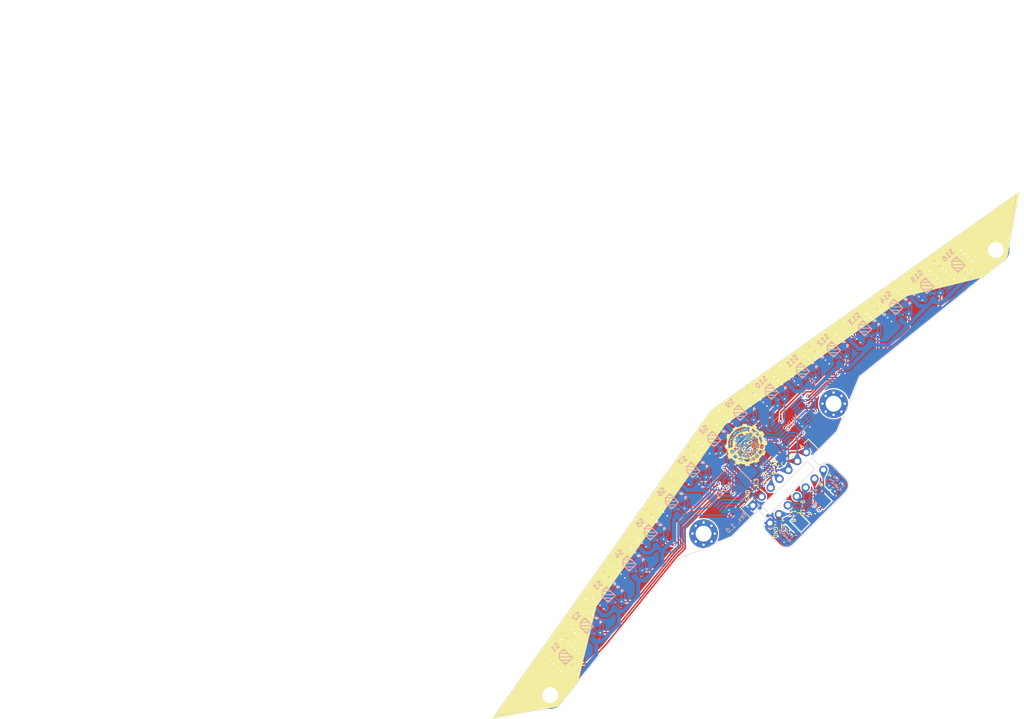
<source format=kicad_pcb>
(kicad_pcb (version 20241229) (generator "pcbnew") (generator_version "9.0")
  (layers (0 "F.Cu" signal "Front") (2 "B.Cu" signal "Back") (13 "F.Paste" user) (15 "B.Paste" user) (5 "F.SilkS" user "F.Silkscreen") (7 "B.SilkS" user "B.Silkscreen") (1 "F.Mask" user) (3 "B.Mask" user) (25 "Edge.Cuts" user))
  (net 0 "")
  (net 1 "/AUX_CH_A")
  (net 2 "/AUX_CH_B")
  (net 3 "/AUX_CH_C")
  (net 4 "/AUX_OUT1")
  (net 5 "/AUX_OUT2")
  (net 6 "/AUX_3.3_M")
  (net 7 "/AUX_GND_M")
  (net 8 "/GND_M")
  (net 9 "/3.3_M")
  (net 10 "/OUT2")
  (net 11 "/OUT1")
  (net 12 "/CH_C")
  (net 13 "/CH_B")
  (net 14 "/CH_A")
  (net 15 "Net-(R1-Pad1)")
  (net 16 "Net-(R1-Pad2)")
  (net 17 "/S1")
  (net 18 "/S2")
  (net 19 "Net-(R4-Pad1)")
  (net 20 "Net-(R4-Pad2)")
  (net 21 "/S3")
  (net 22 "/S4")
  (net 23 "Net-(R7-Pad1)")
  (net 24 "Net-(R7-Pad2)")
  (net 25 "/S5")
  (net 26 "/S6")
  (net 27 "/S7")
  (net 28 "/S8")
  (net 29 "/S9")
  (net 30 "/S10")
  (net 31 "/S11")
  (net 32 "/S12")
  (net 33 "/S13")
  (net 34 "/S14")
  (net 35 "/S15")
  (net 36 "/S16")
  (net 37 "Net-(R10-Pad2)")
  (net 38 "Net-(R10-Pad1)")
  (net 39 "Net-(R13-Pad1)")
  (net 40 "Net-(R13-Pad2)")
  (net 41 "Net-(R16-Pad2)")
  (net 42 "Net-(R16-Pad1)")
  (net 43 "Net-(R19-Pad2)")
  (net 44 "Net-(R19-Pad1)")
  (net 45 "Net-(R22-Pad1)")
  (net 46 "Net-(R22-Pad2)")
  (footprint "Connector_PinHeader_2.54mm:PinHeader_1x07_P2.54mm_Vertical" (layer "F.Cu") (at 151.89087 101.773956 135)
    (property "Reference" "J8" (hide yes))
    (property "Value" "Conn_01x07_Socket" (hide yes))
  )
  (footprint "LOGO" (layer "F.Cu") (at 143.450051 82.544701 45)
    (property "Reference" "G***" (hide yes))
    (property "Value" "LOGO" (hide yes))
  )
  (footprint "custom_footprints:M3_3.2mm_Pad_Via" (layer "F.Cu") (at 141.954769 107.446201 45)
    (property "Reference" "REF**" (hide yes))
    (property "Value" "M3_3.2mm_Pad_Via" (hide yes))
  )
  (footprint "MountingHole:MountingHole_3.2mm_M3_ISO14580_Pad_TopBottom" (layer "F.Cu") (at 200.930766 50.18042 45)
    (property "Reference" "REF**" (hide yes))
    (property "Value" "MountingHole_3.2mm_M3_ISO14580_Pad_TopBottom" (hide yes))
  )
  (footprint "custom_footprints:M3_3.2mm_Pad_Via" (layer "F.Cu") (at 168.188435 81.212542 45)
    (property "Reference" "REF**" (hide yes))
    (property "Value" "M3_3.2mm_Pad_Via" (hide yes))
  )
  (footprint "MictlanTeam-Library:MT_Silkscreen 10mm" (layer "F.Cu") (at 150.484652 89.5307 -135)
    (property "Reference" "G" (hide yes))
    (property "Value" "LOGO" (hide yes))
  )
  (footprint "MountingHole:MountingHole_3.2mm_M3_ISO14580_Pad_TopBottom" (layer "F.Cu") (at 110.986782 140.067837 45)
    (property "Reference" "REF**" (hide yes))
    (property "Value" "MountingHole_3.2mm_M3_ISO14580_Pad_TopBottom" (hide yes))
  )
  (footprint "Capacitor_SMD:C_0805_2012Metric_Pad1.18x1.45mm_HandSolder" (layer "B.Cu") (at 168.009318 96.999899 45)
    (property "Reference" "C4")
    (property "Value" "0.1uF")
  )
  (footprint "MictlanTeam-Library:ITR8307_SMD" (layer "B.Cu") (at 131.047398 107.180302 45)
    (property "Reference" "S5")
    (property "Value" "~")
  )
  (footprint "MictlanTeam-Library:MUX_CD4051B" (layer "B.Cu") (at 159.572087 85.132711 -135)
    (property "Reference" "MUX2")
    (property "Value" "CD4051B")
  )
  (footprint "Resistor_SMD:R_0805_2012Metric_Pad1.20x1.40mm_HandSolder" (layer "B.Cu") (at 139.479895 90.404929 45)
    (property "Reference" "R10" (hide yes))
    (property "Value" "45")
  )
  (footprint "MictlanTeam-Library:ITR8307_SMD" (layer "B.Cu") (at 122.509086 119.749124 45)
    (property "Reference" "S3")
    (property "Value" "~")
  )
  (footprint "MictlanTeam-Library:ITR8307_SMD" (layer "B.Cu") (at 126.751728 113.455873 45)
    (property "Reference" "S4")
    (property "Value" "~")
  )
  (footprint "MictlanTeam-Library:ITR8307_SMD" (layer "B.Cu") (at 186.838124 57.399982 45)
    (property "Reference" "S15")
    (property "Value" "~")
  )
  (footprint "Resistor_SMD:R_0805_2012Metric_Pad1.20x1.40mm_HandSolder" (layer "B.Cu") (at 195.270624 55.261722 -135)
    (property "Reference" "R24" (hide yes))
    (property "Value" "10k")
  )
  (footprint "Capacitor_SMD:C_0805_2012Metric_Pad1.18x1.45mm_HandSolder" (layer "B.Cu") (at 169.176036 98.166623 45)
    (property "Reference" "C3")
    (property "Value" "10uF")
  )
  (footprint "Resistor_SMD:R_0805_2012Metric_Pad1.20x1.40mm_HandSolder" (layer "B.Cu") (at 176.39087 68.060357 -135)
    (property "Reference" "R20" (hide yes))
    (property "Value" "10k")
  )
  (footprint "MictlanTeam-Library:ITR8307_SMD" (layer "B.Cu") (at 155.460266 78.772286 45)
    (property "Reference" "S10")
    (property "Value" "~")
  )
  (footprint "MictlanTeam-Library:ITR8307_SMD" (layer "B.Cu") (at 139.621072 94.611477 45)
    (property "Reference" "S7")
    (property "Value" "~")
  )
  (footprint "MictlanTeam-Library:ITR8307_SMD" (layer "B.Cu") (at 113.900061 132.317946 45)
    (property "Reference" "S1")
    (property "Value" "~")
  )
  (footprint "Resistor_SMD:R_0805_2012Metric_Pad1.20x1.40mm_HandSolder" (layer "B.Cu") (at 124.701367 121.871178 -135)
    (property "Reference" "R5" (hide yes))
    (property "Value" "10k")
  )
  (footprint "Resistor_SMD:R_0805_2012Metric_Pad1.20x1.40mm_HandSolder" (layer "B.Cu") (at 122.367912 115.577931 45)
    (property "Reference" "R4" (hide yes))
    (property "Value" "45")
  )
  (footprint "MictlanTeam-Library:ITR8307_SMD" (layer "B.Cu") (at 161.718154 74.494289 45)
    (property "Reference" "S11")
    (property "Value" "~")
  )
  (footprint "Resistor_SMD:R_0805_2012Metric_Pad1.20x1.40mm_HandSolder" (layer "B.Cu") (at 170.097616 72.373703 -135)
    (property "Reference" "R18" (hide yes))
    (property "Value" "10k")
  )
  (footprint "Resistor_SMD:R_0805_2012Metric_Pad1.20x1.40mm_HandSolder" (layer "B.Cu") (at 182.68412 63.747003 -135)
    (property "Reference" "R21" (hide yes))
    (property "Value" "10k")
  )
  (footprint "Resistor_SMD:R_0805_2012Metric_Pad1.20x1.40mm_HandSolder" (layer "B.Cu") (at 163.875083 76.616347 -135)
    (property "Reference" "R17" (hide yes))
    (property "Value" "10k")
  )
  (footprint "Resistor_SMD:R_0805_2012Metric_Pad1.20x1.40mm_HandSolder" (layer "B.Cu") (at 120.388015 128.164432 -135)
    (property "Reference" "R3" (hide yes))
    (property "Value" "10k")
  )
  (footprint "Connector_FFC-FPC:TE_0-1734839-7_1x07-1MP_P0.5mm_Horizontal" (layer "B.Cu") (at 153.186911 92.295697 -135)
    (property "Reference" "FLEX_MORRO1" (hide yes))
    (property "Value" "Conn_01x07")
  )
  (footprint "MictlanTeam-Library:ITR8307_SMD" (layer "B.Cu") (at 143.881389 88.335905 45)
    (property "Reference" "S8")
    (property "Value" "~")
  )
  (footprint "Resistor_SMD:R_0805_2012Metric_Pad1.20x1.40mm_HandSolder" (layer "B.Cu") (at 137.429289 103.062145 -135)
    (property "Reference" "R9" (hide yes))
    (property "Value" "10k")
  )
  (footprint "MictlanTeam-Library:ITR8307_SMD" (layer "B.Cu") (at 193.131369 53.121984 45)
    (property "Reference" "S16")
    (property "Value" "~")
  )
  (footprint "Resistor_SMD:R_0805_2012Metric_Pad1.20x1.40mm_HandSolder" (layer "B.Cu") (at 176.39087 61.55497 45)
    (property "Reference" "R19" (hide yes))
    (property "Value" "45")
  )
  (footprint "MictlanTeam-Library:ITR8307_SMD" (layer "B.Cu") (at 174.286981 65.955973 45)
    (property "Reference" "S13")
    (property "Value" "~")
  )
  (footprint "Resistor_SMD:R_0805_2012Metric_Pad1.20x1.40mm_HandSolder" (layer "B.Cu") (at 157.581825 80.929698 -135)
    (property "Reference" "R15" (hide yes))
    (property "Value" "10k")
  )
  (footprint "Resistor_SMD:R_0805_2012Metric_Pad1.20x1.40mm_HandSolder" (layer "B.Cu") (at 188.977372 52.928272 45)
    (property "Reference" "R22" (hide yes))
    (property "Value" "45")
  )
  (footprint "MictlanTeam-Library:MUX_CD4051B" (layer "B.Cu") (at 146.052204 98.744512 -135)
    (property "Reference" "MUX1")
    (property "Value" "CD4051B")
  )
  (footprint "Resistor_SMD:R_0805_2012Metric_Pad1.20x1.40mm_HandSolder" (layer "B.Cu") (at 146.055992 90.47564 -135)
    (property "Reference" "R12" (hide yes))
    (property "Value" "10k")
  )
  (footprint "Resistor_SMD:R_0805_2012Metric_Pad1.20x1.40mm_HandSolder" (layer "B.Cu") (at 113.811916 128.093717 45)
    (property "Reference" "R1" (hide yes))
    (property "Value" "45")
  )
  (footprint "MictlanTeam-Library:ITR8307_SMD" (layer "B.Cu") (at 149.167005 83.050279 45)
    (property "Reference" "S9")
    (property "Value" "~")
  )
  (footprint "Connector_PinHeader_2.54mm:PinHeader_1x07_P2.54mm_Vertical" (layer "B.Cu") (at 155.358931 105.321807 -45)
    (property "Reference" "J9" (hide yes))
    (property "Value" "Conn_01x08" (hide yes))
  )
  (footprint "Resistor_SMD:R_0805_2012Metric_Pad1.20x1.40mm_HandSolder" (layer "B.Cu") (at 151.359289 85.172341 -135)
    (property "Reference" "R14" (hide yes))
    (property "Value" "10k")
  )
  (footprint "Resistor_SMD:R_0805_2012Metric_Pad1.20x1.40mm_HandSolder" (layer "B.Cu") (at 130.923907 103.062144 45)
    (property "Reference" "R7" (hide yes))
    (property "Value" "45")
  )
  (footprint "MictlanTeam-Library:ITR8307_SMD" (layer "B.Cu") (at 118.195731 126.042374 45)
    (property "Reference" "S2")
    (property "Value" "~")
  )
  (footprint "Resistor_SMD:R_0805_2012Metric_Pad1.20x1.40mm_HandSolder" (layer "B.Cu") (at 128.873293 115.577933 -135)
    (property "Reference" "R6" (hide yes))
    (property "Value" "10k")
  )
  (footprint "MictlanTeam-Library:ITR8307_SMD" (layer "B.Cu") (at 180.562552 61.660301 45)
    (property "Reference" "S14")
    (property "Value" "~")
  )
  (footprint "MictlanTeam-Library:ITR8307_SMD" (layer "B.Cu") (at 167.99373 70.233973 45)
    (property "Reference" "S12")
    (property "Value" "~")
  )
  (footprint "Resistor_SMD:R_0805_2012Metric_Pad1.20x1.40mm_HandSolder" (layer "B.Cu") (at 151.288575 78.596247 45)
    (property "Reference" "R13" (hide yes))
    (property "Value" "45")
  )
  (footprint "Capacitor_SMD:C_0805_2012Metric_Pad1.18x1.45mm_HandSolder" (layer "B.Cu") (at 158.92299 108.419675 -135)
    (property "Reference" "C1")
    (property "Value" "10uF")
  )
  (footprint "Capacitor_SMD:C_0805_2012Metric_Pad1.18x1.45mm_HandSolder" (layer "B.Cu") (at 157.756268 107.252948 -135)
    (property "Reference" "C2")
    (property "Value" "0.1uF")
  )
  (footprint "Resistor_SMD:R_0805_2012Metric_Pad1.20x1.40mm_HandSolder" (layer "B.Cu") (at 141.742636 96.768892 -135)
    (property "Reference" "R11" (hide yes))
    (property "Value" "10k")
  )
  (footprint "Resistor_SMD:R_0805_2012Metric_Pad1.20x1.40mm_HandSolder" (layer "B.Cu") (at 163.875078 70.110968 45)
    (property "Reference" "R16" (hide yes))
    (property "Value" "45")
  )
  (footprint "MictlanTeam-Library:ITR8307_SMD" (layer "B.Cu") (at 135.325396 100.922405 45)
    (property "Reference" "S6")
    (property "Value" "~")
  )
  (footprint "Resistor_SMD:R_0805_2012Metric_Pad1.20x1.40mm_HandSolder" (layer "B.Cu") (at 189.048085 59.504362 -135)
    (property "Reference" "R23" (hide yes))
    (property "Value" "10k")
  )
  (footprint "Resistor_SMD:R_0805_2012Metric_Pad1.20x1.40mm_HandSolder" (layer "B.Cu") (at 133.186648 109.284683 -135)
    (property "Reference" "R8" (hide yes))
    (property "Value" "10k")
  )
  (footprint "Connector_FFC-FPC:TE_0-1734839-7_1x07-1MP_P0.5mm_Horizontal" (layer "B.Cu") (at 163.360088 102.603721 -135)
    (property "Reference" "AUX_FLEX1" (hide yes))
    (property "Value" "Conn_01x07")
  )
  (footprint "Resistor_SMD:R_0805_2012Metric_Pad1.20x1.40mm_HandSolder" (layer "B.Cu") (at 116.074665 134.45768 -135)
    (property "Reference" "R2" (hide yes))
    (property "Value" "10k")
  )
  (gr_line (start 163.105421 88.378408) (end 162.207391 89.27643) (stroke (width 0.2)) (layer "F.SilkS"))
  (gr_line (start 149.316839 102.166986) (end 150.214865 101.268965) (stroke (width 0.2)) (layer "F.SilkS"))
  (gr_line (start 151.409871 104.260023) (end 149.316839 102.166986) (stroke (width 0.2)) (layer "F.SilkS"))
  (gr_line (start 165.198458 90.471441) (end 163.105421 88.378408) (stroke (width 0.2)) (layer "F.SilkS"))
  (gr_line (start 158.37135 110.248834) (end 158.632412 110.265952) (stroke (width 0.1)) (layer "Edge.Cuts"))
  (gr_line (start 159.849938 109.852653) (end 160.750523 108.993121) (stroke (width 0.1)) (layer "Edge.Cuts"))
  (gr_line (start 159.150052 110.197795) (end 159.397775 110.113705) (stroke (width 0.1)) (layer "Edge.Cuts"))
  (gr_line (start 163.662946 92.066633) (end 168.88662 86.838585) (stroke (width 0.1)) (layer "Edge.Cuts"))
  (gr_line (start 158.114771 110.197796) (end 158.37135 110.248834) (stroke (width 0.1)) (layer "Edge.Cuts"))
  (gr_line (start 108.443272 132.015302) (end 99.773366 144.256991) (stroke (width 0.1)) (layer "Edge.Cuts"))
  (gr_line (start 157.867038 110.113702) (end 158.114771 110.197796) (stroke (width 0.1)) (layer "Edge.Cuts"))
  (gr_line (start 166.954482 93.130867) (end 166.693427 93.113763) (stroke (width 0.1)) (layer "Edge.Cuts"))
  (gr_line (start 171.086771 96.893978) (end 171.170863 97.141708) (stroke (width 0.1)) (layer "Edge.Cuts"))
  (gr_line (start 170.825711 96.441821) (end 170.971065 96.659347) (stroke (width 0.1)) (layer "Edge.Cuts"))
  (gr_line (start 154.154976 106.238) (end 154.103939 105.981415) (stroke (width 0.1)) (layer "Edge.Cuts"))
  (gr_line (start 154.672609 104.306145) (end 153.056344 102.673227) (stroke (width 0.1)) (layer "Edge.Cuts"))
  (gr_line (start 203.274652 51.6507) (end 173.475403 75.750617) (stroke (width 0.1)) (layer "Edge.Cuts"))
  (gr_line (start 157.632414 109.998001) (end 157.867038 110.113702) (stroke (width 0.1)) (layer "Edge.Cuts"))
  (gr_line (start 153.056344 102.673227) (end 147.649961 108.075241) (stroke (width 0.1)) (layer "Edge.Cuts"))
  (gr_line (start 164.4277 94.377791) (end 155.301413 103.504081) (stroke (width 0.1)) (layer "Edge.Cuts"))
  (gr_line (start 154.15498 105.20272) (end 154.239069 104.954994) (stroke (width 0.1)) (layer "Edge.Cuts"))
  (gr_line (start 165.693423 93.38171) (end 165.475908 93.527054) (stroke (width 0.1)) (layer "Edge.Cuts"))
  (gr_line (start 154.354769 106.72036) (end 154.23907 106.485729) (stroke (width 0.1)) (layer "Edge.Cuts"))
  (gr_line (start 139.65369 87.92784) (end 143.423474 82.612102) (stroke (width 0.1)) (layer "Edge.Cuts"))
  (gr_line (start 170.971065 96.659347) (end 171.086771 96.893978) (stroke (width 0.1)) (layer "Edge.Cuts"))
  (gr_line (start 139.023563 88.823809) (end 139.65369 87.92784) (stroke (width 0.1)) (layer "Edge.Cuts"))
  (gr_line (start 173.475403 75.750617) (end 168.88662 86.838585) (stroke (width 0.1)) (layer "Edge.Cuts"))
  (gr_line (start 171.221902 97.398288) (end 171.239017 97.659342) (stroke (width 0.1)) (layer "Edge.Cuts"))
  (gr_line (start 171.239017 97.659342) (end 171.221897 97.920395) (stroke (width 0.1)) (layer "Edge.Cuts"))
  (gr_line (start 153.763452 101.966126) (end 162.886009 92.845321) (stroke (width 0.1)) (layer "Edge.Cuts"))
  (gr_line (start 170.825715 98.876869) (end 169.928776 99.843158) (stroke (width 0.1)) (layer "Edge.Cuts"))
  (gr_line (start 171.086769 98.424707) (end 170.971057 98.659346) (stroke (width 0.1)) (layer "Edge.Cuts"))
  (gr_line (start 112.463366 142.466991) (end 136.561989 112.664026) (stroke (width 0.1)) (layer "Edge.Cuts"))
  (gr_line (start 171.221897 97.920395) (end 171.170859 98.176985) (stroke (width 0.1)) (layer "Edge.Cuts"))
  (gr_line (start 167.211069 93.181905) (end 166.954482 93.130867) (stroke (width 0.1)) (layer "Edge.Cuts"))
  (gr_line (start 154.500119 104.502835) (end 154.672609 104.306145) (stroke (width 0.1)) (layer "Edge.Cuts"))
  (gr_line (start 166.432378 93.130872) (end 166.175788 93.181908) (stroke (width 0.1)) (layer "Edge.Cuts"))
  (gr_line (start 164.4277 94.377791) (end 162.886009 92.845321) (stroke (width 0.1)) (layer "Edge.Cuts"))
  (gr_line (start 136.561989 112.664026) (end 147.649961 108.075241) (stroke (width 0.1)) (layer "Edge.Cuts"))
  (gr_line (start 99.773366 144.256991) (end 112.463366 142.466991) (stroke (width 0.1)) (layer "Edge.Cuts"))
  (gr_line (start 167.693422 93.381707) (end 167.458795 93.266004) (stroke (width 0.1)) (layer "Edge.Cuts"))
  (gr_line (start 161.634411 108.109231) (end 168.72669 101.016947) (stroke (width 0.1)) (layer "Edge.Cuts"))
  (gr_line (start 205.064652 38.9607) (end 203.274652 51.6507) (stroke (width 0.1)) (layer "Edge.Cuts"))
  (gr_line (start 157.218193 109.680151) (end 154.672608 107.134576) (stroke (width 0.1)) (layer "Edge.Cuts"))
  (gr_line (start 108.441985 132.011593) (end 139.023563 88.823809) (stroke (width 0.1)) (layer "Edge.Cuts"))
  (gr_line (start 154.103934 105.459313) (end 154.15498 105.20272) (stroke (width 0.1)) (layer "Edge.Cuts"))
  (gr_line (start 154.086822 105.720364) (end 154.103934 105.459313) (stroke (width 0.1)) (layer "Edge.Cuts"))
  (gr_line (start 170.653225 96.245138) (end 170.825711 96.441821) (stroke (width 0.1)) (layer "Edge.Cuts"))
  (gr_line (start 155.301413 103.504081) (end 153.763452 101.966126) (stroke (width 0.1)) (layer "Edge.Cuts"))
  (gr_line (start 154.23907 106.485729) (end 154.154976 106.238) (stroke (width 0.1)) (layer "Edge.Cuts"))
  (gr_line (start 154.354774 104.720362) (end 154.500119 104.502835) (stroke (width 0.1)) (layer "Edge.Cuts"))
  (gr_line (start 170.653225 96.245138) (end 168.107637 93.699545) (stroke (width 0.1)) (layer "Edge.Cuts"))
  (gr_line (start 157.414885 109.852653) (end 157.632414 109.998001) (stroke (width 0.1)) (layer "Edge.Cuts"))
  (gr_line (start 158.893459 110.248836) (end 159.150052 110.197795) (stroke (width 0.1)) (layer "Edge.Cuts"))
  (gr_line (start 159.632407 109.997997) (end 159.849938 109.852653) (stroke (width 0.1)) (layer "Edge.Cuts"))
  (gr_line (start 154.500119 106.937882) (end 154.354769 106.72036) (stroke (width 0.1)) (layer "Edge.Cuts"))
  (gr_line (start 149.630162 78.217207) (end 148.788715 78.80411) (stroke (width 0.1)) (layer "Edge.Cuts"))
  (gr_line (start 154.672608 107.134576) (end 154.500119 106.937882) (stroke (width 0.1)) (layer "Edge.Cuts"))
  (gr_line (start 157.218193 109.680151) (end 157.414885 109.852653) (stroke (width 0.1)) (layer "Edge.Cuts"))
  (gr_line (start 159.397775 110.113705) (end 159.632407 109.997997) (stroke (width 0.1)) (layer "Edge.Cuts"))
  (gr_line (start 168.72669 101.016947) (end 169.928776 99.843158) (stroke (width 0.1)) (layer "Edge.Cuts"))
  (gr_line (start 165.475908 93.527054) (end 165.279216 93.699545) (stroke (width 0.1)) (layer "Edge.Cuts"))
  (gr_line (start 171.170859 98.176985) (end 171.086769 98.424707) (stroke (width 0.1)) (layer "Edge.Cuts"))
  (gr_line (start 167.458795 93.266004) (end 167.211069 93.181905) (stroke (width 0.1)) (layer "Edge.Cuts"))
  (gr_line (start 192.822963 47.630606) (end 149.630162 78.217207) (stroke (width 0.1)) (layer "Edge.Cuts"))
  (gr_line (start 167.91095 93.527052) (end 167.693422 93.381707) (stroke (width 0.1)) (layer "Edge.Cuts"))
  (gr_line (start 170.971057 98.659346) (end 170.825715 98.876869) (stroke (width 0.1)) (layer "Edge.Cuts"))
  (gr_line (start 161.634411 108.109231) (end 160.750523 108.993121) (stroke (width 0.1)) (layer "Edge.Cuts"))
  (gr_line (start 192.822963 47.630606) (end 205.064652 38.9607) (stroke (width 0.1)) (layer "Edge.Cuts"))
  (gr_line (start 166.693427 93.113763) (end 166.432378 93.130872) (stroke (width 0.1)) (layer "Edge.Cuts"))
  (gr_line (start 165.279216 93.699545) (end 163.662946 92.066633) (stroke (width 0.1)) (layer "Edge.Cuts"))
  (gr_line (start 165.928058 93.266001) (end 165.693423 93.38171) (stroke (width 0.1)) (layer "Edge.Cuts"))
  (gr_line (start 166.175788 93.181908) (end 165.928058 93.266001) (stroke (width 0.1)) (layer "Edge.Cuts"))
  (gr_line (start 154.239069 104.954994) (end 154.354774 104.720362) (stroke (width 0.1)) (layer "Edge.Cuts"))
  (gr_line (start 148.788715 78.80411) (end 143.423474 82.612102) (stroke (width 0.1)) (layer "Edge.Cuts"))
  (gr_line (start 158.632412 110.265952) (end 158.893459 110.248836) (stroke (width 0.1)) (layer "Edge.Cuts"))
  (gr_line (start 171.170863 97.141708) (end 171.221902 97.398288) (stroke (width 0.1)) (layer "Edge.Cuts"))
  (gr_line (start 168.107637 93.699545) (end 167.91095 93.527052) (stroke (width 0.1)) (layer "Edge.Cuts"))
  (gr_line (start 154.103939 105.981415) (end 154.086822 105.720364) (stroke (width 0.1)) (layer "Edge.Cuts"))
  (gr_text "+3.3" (at 157.539402 107.268009 -90) (layer "F.SilkS") (effects (font (size 0.8 0.8) (thickness 0.15) (bold yes)) (justify right bottom)))
  (gr_text "1-8" (at 154.821665 97.524833 90) (layer "F.SilkS") (effects (font (size 0.8 0.8) (thickness 0.15) (bold yes)) (justify left bottom)))
  (gr_text "1-8" (at 159.65365 102.507767 -90) (layer "F.SilkS") (effects (font (size 0.8 0.8) (thickness 0.15) (bold yes)) (justify left bottom)))
  (gr_text "C\n" (at 157.985967 94.148398 45) (layer "F.SilkS") (effects (font (size 0.8 0.8) (thickness 0.15) (bold yes)) (justify left bottom)))
  (gr_text "9-16" (at 161.449699 100.532109 -90) (layer "F.SilkS") (effects (font (size 0.8 0.8) (thickness 0.15) (bold yes)) (justify left bottom)))
  (gr_text "+3.3" (at 153.053898 99.2926 90) (layer "F.SilkS") (effects (font (size 0.8 0.8) (thickness 0.15) (bold yes)) (justify left bottom)))
  (gr_text "B" (at 165.580623 96.760401 -135) (layer "F.SilkS") (effects (font (size 0.8 0.8) (thickness 0.15) (bold yes)) (justify left bottom)))
  (gr_text "GND" (at 151.310881 101.134609 90) (layer "F.SilkS") (effects (font (size 0.8 0.8) (thickness 0.15) (bold yes)) (justify left bottom)))
  (gr_text "A" (at 167.376671 94.96435 -135) (layer "F.SilkS") (effects (font (size 0.8 0.8) (thickness 0.15) (bold yes)) (justify left bottom)))
  (gr_text "B" (at 159.859801 92.30992 45) (layer "F.SilkS") (effects (font (size 0.8 0.8) (thickness 0.15) (bold yes)) (justify left bottom)))
  (gr_text "A" (at 161.698278 90.471443 45) (layer "F.SilkS") (effects (font (size 0.8 0.8) (thickness 0.15) (bold yes)) (justify left bottom)))
  (gr_text "GND" (at 155.983769 108.505445 -90) (layer "F.SilkS") (effects (font (size 0.8 0.8) (thickness 0.15) (bold yes)) (justify right bottom)))
  (gr_text "C\n" (at 163.874377 98.466653 -135) (layer "F.SilkS") (effects (font (size 0.8 0.8) (thickness 0.15) (bold yes)) (justify left bottom)))
  (gr_text "9-16" (at 156.660143 95.72171 90) (layer "F.SilkS") (effects (font (size 0.8 0.8) (thickness 0.15) (bold yes)) (justify left bottom)))
  (gr_text "Rev. 1.0" (at 151.122411 103.495596 45) (layer "B.SilkS") (effects (font (size 1 0.9) (thickness 0.15) (bold yes)) (justify left bottom mirror)))
  (segment (start 166.135235 101.757991) (end 165.272565 102.620662) (width 0.3) (layer "F.Cu") (net 1))
  (segment (start 166.135233 94.545504) (end 166.135235 101.757991) (width 0.3) (layer "F.Cu") (net 1))
  (via (at 165.272565 102.620662) (size 0.6) (drill 0.3) (layers "F.Cu" "B.Cu") (net 1))
  (segment (start 163.46615 100.588468) (end 163.466151 99.477329) (width 0.3) (layer "B.Cu") (net 1))
  (segment (start 163.466151 99.477329) (end 166.135239 96.808244) (width 0.3) (layer "B.Cu") (net 1))
  (segment (start 166.135239 96.808244) (end 166.135233 94.545504) (width 0.3) (layer "B.Cu") (net 1))
  (segment (start 164.339188 96.341552) (end 164.339185 101.57414) (width 0.3) (layer "F.Cu") (net 2))
  (segment (start 164.339185 101.57414) (end 164.211905 101.701423) (width 0.3) (layer "F.Cu") (net 2))
  (via (at 164.211905 101.701423) (size 0.6) (drill 0.3) (layers "F.Cu" "B.Cu") (net 2))
  (segment (start 163.112598 100.942023) (end 163.872 101.701421) (width 0.3) (layer "B.Cu") (net 2))
  (segment (start 163.872 101.701421) (end 164.211905 101.701423) (width 0.3) (layer "B.Cu") (net 2))
  (segment (start 162.197978 100.73451) (end 162.759045 101.295575) (width 0.3) (layer "B.Cu") (net 3))
  (segment (start 162.197981 98.482752) (end 162.197978 100.73451) (width 0.3) (layer "B.Cu") (net 3))
  (segment (start 162.543135 98.1376) (end 162.197981 98.482752) (width 0.3) (layer "B.Cu") (net 3))
  (segment (start 162.543134 98.137602) (end 162.344896 98.335843) (width 0.3) (layer "B.Cu") (net 3))
  (segment (start 160.747087 99.933657) (end 161.043577 99.933653) (width 0.3) (layer "B.Cu") (net 4))
  (segment (start 161.203465 100.447104) (end 162.405491 101.649132) (width 0.3) (layer "B.Cu") (net 4))
  (segment (start 161.203468 100.390034) (end 161.203465 100.447104) (width 0.3) (layer "B.Cu") (net 4))
  (segment (start 160.747084 99.933653) (end 161.203468 100.390034) (width 0.3) (layer "B.Cu") (net 4))
  (segment (start 158.951033 101.729702) (end 159.243738 101.436996) (width 0.3) (layer "B.Cu") (net 5))
  (segment (start 159.243738 101.436996) (end 161.486251 101.436998) (width 0.3) (layer "B.Cu") (net 5))
  (segment (start 161.486251 101.436998) (end 162.051938 102.002682) (width 0.3) (layer "B.Cu") (net 5))
  (segment (start 163.221958 103.68132) (end 163.221954 103.5399) (width 0.3) (layer "F.Cu") (net 6))
  (segment (start 168.442413 100.723601) (end 164.353328 104.812694) (width 0.3) (layer "F.Cu") (net 6))
  (segment (start 168.442424 98.900243) (end 168.442413 100.723601) (width 0.3) (layer "F.Cu") (net 6))
  (segment (start 159.656615 107.686046) (end 159.656619 107.68605) (width 0.3) (layer "F.Cu") (net 6))
  (segment (start 158.489895 106.519323) (end 159.656615 107.686046) (width 0.3) (layer "F.Cu") (net 6))
  (segment (start 158.489895 106.519323) (end 157.154979 105.184413) (width 0.3) (layer "F.Cu") (net 6))
  (segment (start 157.154979 105.184413) (end 157.154982 103.525758) (width 0.3) (layer "F.Cu") (net 6))
  (segment (start 159.340919 103.5399) (end 159.326781 103.525759) (width 0.3) (layer "F.Cu") (net 6))
  (segment (start 163.221954 103.5399) (end 159.340919 103.5399) (width 0.3) (layer "F.Cu") (net 6))
  (segment (start 159.842968 107.499697) (end 159.656619 107.68605) (width 0.3) (layer "F.Cu") (net 6))
  (segment (start 164.353328 104.812694) (end 161.666322 107.499696) (width 0.3) (layer "F.Cu") (net 6))
  (segment (start 167.275695 97.733526) (end 167.27569 97.733525) (width 0.3) (layer "F.Cu") (net 6))
  (segment (start 161.666322 107.499696) (end 159.842968 107.499697) (width 0.3) (layer "F.Cu") (net 6))
  (segment (start 164.353328 104.812694) (end 163.221958 103.68132) (width 0.3) (layer "F.Cu") (net 6))
  (segment (start 168.442424 98.900243) (end 167.275695 97.733526) (width 0.3) (layer "F.Cu") (net 6))
  (via (at 158.489895 106.519323) (size 0.6) (drill 0.3) (layers "F.Cu" "B.Cu") (net 6))
  (via (at 167.27569 97.733525) (size 0.6) (drill 0.3) (layers "F.Cu" "B.Cu") (net 6))
  (via (at 159.326781 103.525759) (size 0.6) (drill 0.3) (layers "F.Cu" "B.Cu") (net 6))
  (via (at 163.221954 103.5399) (size 0.6) (drill 0.3) (layers "F.Cu" "B.Cu") (net 6))
  (via (at 168.442424 98.900243) (size 0.6) (drill 0.3) (layers "F.Cu" "B.Cu") (net 6))
  (via (at 168.442424 98.900243) (size 0.6) (drill 0.3) (layers "F.Cu" "B.Cu") (net 6))
  (via (at 168.442424 98.900243) (size 0.6) (drill 0.3) (layers "F.Cu" "B.Cu") (net 6))
  (via (at 159.656619 107.68605) (size 0.6) (drill 0.3) (layers "F.Cu" "B.Cu") (net 6))
  (segment (start 157.154982 103.525758) (end 159.326781 103.525759) (width 0.3) (layer "B.Cu") (net 6))
  (segment (start 167.275695 97.733526) (end 167.27569 97.733525) (width 0.3) (layer "B.Cu") (net 6))
  (segment (start 168.442424 98.900243) (end 167.275695 97.733526) (width 0.3) (layer "B.Cu") (net 6))
  (segment (start 162.882048 103.539902) (end 163.221954 103.5399) (width 0.3) (layer "B.Cu") (net 6))
  (segment (start 161.698383 102.356237) (end 162.882048 103.539902) (width 0.3) (layer "B.Cu") (net 6))
  (via (at 158.189372 109.153295) (size 0.6) (drill 0.3) (layers "F.Cu" "B.Cu") (net 7))
  (via (at 168.742941 96.266278) (size 0.6) (drill 0.3) (layers "F.Cu" "B.Cu") (net 7))
  (via (at 157.022648 107.986569) (size 0.6) (drill 0.3) (layers "F.Cu" "B.Cu") (net 7))
  (via (at 169.909664 97.432998) (size 0.6) (drill 0.3) (layers "F.Cu" "B.Cu") (net 7))
  (via (at 164.473778 103.434568) (size 0.6) (drill 0.3) (layers "F.Cu" "B.Cu") (net 7))
  (segment (start 163.316714 104.681671) (end 164.514233 104.68167) (width 0.3) (layer "B.Cu") (net 7))
  (segment (start 169.909667 99.286247) (end 169.909664 97.432998) (width 0.3) (layer "B.Cu") (net 7))
  (segment (start 168.74294 96.266278) (end 168.742941 96.266278) (width 0.3) (layer "B.Cu") (net 7))
  (segment (start 158.520681 105.321809) (end 161.132695 102.709786) (width 0.3) (layer "B.Cu") (net 7))
  (segment (start 156.040797 106.003677) (end 156.040797 107.00472) (width 0.3) (layer "B.Cu") (net 7))
  (segment (start 163.316714 104.681671) (end 163.316713 104.686236) (width 0.3) (layer "B.Cu") (net 7))
  (segment (start 158.189372 109.153295) (end 158.257444 109.085219) (width 0.3) (layer "B.Cu") (net 7))
  (segment (start 163.721021 105.474882) (end 163.913191 105.282713) (width 0.3) (layer "B.Cu") (net 7))
  (segment (start 165.117554 104.078346) (end 169.909667 99.286247) (width 0.3) (layer "B.Cu") (net 7))
  (segment (start 158.189372 109.153295) (end 157.022648 107.986569) (width 0.3) (layer "B.Cu") (net 7))
  (segment (start 160.110681 109.085222) (end 163.721021 105.474882) (width 0.3) (layer "B.Cu") (net 7))
  (segment (start 169.909664 97.432998) (end 168.742941 96.266278) (width 0.3) (layer "B.Cu") (net 7))
  (segment (start 158.189372 109.153295) (end 156.040797 107.00472) (width 0.3) (layer "B.Cu") (net 7))
  (segment (start 163.316713 104.686236) (end 163.913191 105.282713) (width 0.3) (layer "B.Cu") (net 7))
  (segment (start 157.022648 107.986569) (end 157.022648 107.986569) (width 0.3) (layer "B.Cu") (net 7))
  (segment (start 161.344832 102.709789) (end 163.316714 104.681671) (width 0.3) (layer "B.Cu") (net 7))
  (segment (start 163.913191 105.282713) (end 164.514233 104.68167) (width 0.3) (layer "B.Cu") (net 7))
  (segment (start 164.514233 104.68167) (end 165.117554 104.078346) (width 0.3) (layer "B.Cu") (net 7))
  (segment (start 158.257444 109.085219) (end 160.110681 109.085222) (width 0.3) (layer "B.Cu") (net 7))
  (segment (start 155.358931 105.321807) (end 156.040797 106.003677) (width 0.3) (layer "B.Cu") (net 7))
  (segment (start 155.358931 105.321807) (end 158.520681 105.321809) (width 0.3) (layer "B.Cu") (net 7))
  (segment (start 165.117554 104.078346) (end 164.473778 103.434568) (width 0.3) (layer "B.Cu") (net 7))
  (segment (start 161.132695 102.709786) (end 161.344832 102.709789) (width 0.3) (layer "B.Cu") (net 7))
  (segment (start 141.786799 94.873861) (end 142.936797 94.873856) (width 0.3) (layer "F.Cu") (net 8))
  (segment (start 152.207823 87.717919) (end 153.904871 87.71792) (width 0.3) (layer "F.Cu") (net 8))
  (segment (start 150.793604 89.132133) (end 152.207823 87.717919) (width 0.3) (layer "F.Cu") (net 8))
  (segment (start 157.829316 89.521049) (end 158.112159 89.521041) (width 0.3) (layer "F.Cu") (net 8))
  (segment (start 121.386802 118.47386) (end 122.786795 119.873862) (width 0.3) (layer "F.Cu") (net 8))
  (segment (start 147.116647 101.577214) (end 148.884415 99.809447) (width 0.3) (layer "F.Cu") (net 8))
  (segment (start 147.116648 102.708585) (end 147.116647 101.577214) (width 0.3) (layer "F.Cu") (net 8))
  (segment (start 143.336799 92.273857) (end 143.191959 92.129019) (width 0.3) (layer "F.Cu") (net 8))
  (segment (start 121.386796 118.323852) (end 121.386802 118.47386) (width 0.3) (layer "F.Cu") (net 8))
  (segment (start 130.636799 105.073859) (end 129.986805 105.723857) (width 0.3) (layer "F.Cu") (net 8))
  (segment (start 148.477587 88.4076) (end 148.47758 85.967098) (width 0.3) (layer "F.Cu") (net 8))
  (segment (start 154.647339 85.98551) (end 154.647338 85.631958) (width 0.3) (layer "F.Cu") (net 8))
  (segment (start 161.859824 85.773384) (end 160.304192 87.329015) (width 0.3) (layer "F.Cu") (net 8))
  (segment (start 140.736802 95.923857) (end 141.786799 94.873861) (width 0.3) (layer "F.Cu") (net 8))
  (segment (start 143.191959 92.129019) (end 143.191959 91.252723) (width 0.3) (layer "F.Cu") (net 8))
  (segment (start 153.904871 87.71792) (end 153.268483 87.081529) (width 0.3) (layer "F.Cu") (net 8))
  (segment (start 142.936797 94.873856) (end 143.336798 94.473861) (width 0.3) (layer "F.Cu") (net 8))
  (segment (start 173.597555 71.985044) (end 173.597552 68.872789) (width 0.3) (layer "F.Cu") (net 8))
  (segment (start 131.486798 103.023857) (end 130.6368 103.873859) (width 0.3) (layer "F.Cu") (net 8))
  (segment (start 163.415464 85.914799) (end 161.718401 85.914801) (width 0.3) (layer "F.Cu") (net 8))
  (segment (start 158.112159 89.521041) (end 161.859824 85.773384) (width 0.3) (layer "F.Cu") (net 8))
  (segment (start 122.786795 119.873862) (end 122.786798 121.698802) (width 0.3) (layer "F.Cu") (net 8))
  (segment (start 155.990841 87.329014) (end 154.293781 87.329012) (width 0.3) (layer "F.Cu") (net 8))
  (segment (start 132.902161 103.839216) (end 132.086798 103.023857) (width 0.3) (layer "F.Cu") (net 8))
  (segment (start 160.304192 87.329015) (end 158.889977 87.329015) (width 0.3) (layer "F.Cu") (net 8))
  (segment (start 154.293781 87.329012) (end 153.904871 87.71792) (width 0.3) (layer "F.Cu") (net 8))
  (segment (start 161.258787 85.172343) (end 159.102105 87.329014) (width 0.3) (layer "F.Cu") (net 8))
  (segment (start 170.486533 75.096065) (end 173.597555 71.985044) (width 0.3) (layer "F.Cu") (net 8))
  (segment (start 148.389444 88.49574) (end 148.477587 88.4076) (width 0.3) (layer "F.Cu") (net 8))
  (segment (start 130.6368 103.873859) (end 130.636799 105.073859) (width 0.3) (layer "F.Cu") (net 8))
  (segment (start 132.086798 103.023857) (end 131.486798 103.023857) (width 0.3) (layer "F.Cu") (net 8))
  (segment (start 161.152721 86.480486) (end 161.859824 85.773384) (width 0.3) (layer "F.Cu") (net 8))
  (segment (start 155.990841 87.329014) (end 154.647339 85.98551) (width 0.3) (layer "F.Cu") (net 8))
  (segment (start 159.102105 87.329014) (end 158.889977 87.329015) (width 0.3) (layer "F.Cu") (net 8))
  (segment (start 160.304192 87.329015) (end 161.152721 86.480486) (width 0.3) (layer "F.Cu") (net 8))
  (segment (start 134.635963 103.839215) (end 132.902161 103.839216) (width 0.3) (layer "F.Cu") (net 8))
  (segment (start 122.786798 121.698802) (end 121.819658 122.665937) (width 0.3) (layer "F.Cu") (net 8))
  (segment (start 143.336798 94.473861) (end 143.336799 92.273857) (width 0.3) (layer "F.Cu") (net 8))
  (segment (start 155.990841 87.329014) (end 158.889977 87.329015) (width 0.3) (layer "F.Cu") (net 8))
  (segment (start 161.718401 85.914801) (end 161.152721 86.480486) (width 0.3) (layer "F.Cu") (net 8))
  (via (at 121.386796 118.323852) (size 0.6) (drill 0.3) (layers "F.Cu" "B.Cu") (net 8))
  (via (at 147.116648 102.708585) (size 0.6) (drill 0.3) (layers "F.Cu" "B.Cu") (net 8))
  (via (at 163.415464 85.914799) (size 0.6) (drill 0.3) (layers "F.Cu" "B.Cu") (net 8))
  (via (at 170.486533 75.096065) (size 0.6) (drill 0.3) (layers "F.Cu" "B.Cu") (net 8))
  (via (at 118.086794 120.723859) (size 0.6) (drill 0.3) (layers "F.Cu" "B.Cu") (net 8))
  (via (at 153.268483 87.081529) (size 0.6) (drill 0.3) (layers "F.Cu" "B.Cu") (net 8))
  (via (at 157.829316 89.521049) (size 0.6) (drill 0.3) (layers "F.Cu" "B.Cu") (net 8))
  (via (at 170.186798 64.673865) (size 0.6) (drill 0.3) (layers "F.Cu" "B.Cu") (net 8))
  (via (at 161.859824 85.773384) (size 0.6) (drill 0.3) (layers "F.Cu" "B.Cu") (net 8))
  (via (at 150.793604 89.132133) (size 0.6) (drill 0.3) (layers "F.Cu" "B.Cu") (net 8))
  (via (at 157.636798 73.473861) (size 0.6) (drill 0.3) (layers "F.Cu" "B.Cu") (net 8))
  (via (at 154.647338 85.631958) (size 0.6) (drill 0.3) (layers "F.Cu" "B.Cu") (net 8))
  (via (at 145.086799 82.623861) (size 0.6) (drill 0.3) (layers "F.Cu" "B.Cu") (net 8))
  (via (at 126.986802 108.023858) (size 0.6) (drill 0.3) (layers "F.Cu" "B.Cu") (net 8))
  (via (at 129.986805 105.723857) (size 0.6) (drill 0.3) (layers "F.Cu" "B.Cu") (net 8))
  (via (at 161.258787 85.172343) (size 0.6) (drill 0.3) (layers "F.Cu" "B.Cu") (net 8))
  (via (at 140.736802 95.923857) (size 0.6) (drill 0.3) (layers "F.Cu" "B.Cu") (net 8))
  (via (at 182.3868 56.023858) (size 0.6) (drill 0.3) (layers "F.Cu" "B.Cu") (net 8))
  (via (at 152.506052 93.734156) (size 0.6) (drill 0.3) (layers "F.Cu" "B.Cu") (net 8))
  (via (at 148.389444 88.49574) (size 0.6) (drill 0.3) (layers "F.Cu" "B.Cu") (net 8))
  (via (at 135.436801 95.423858) (size 0.6) (drill 0.3) (layers "F.Cu" "B.Cu") (net 8))
  (via (at 148.884415 99.809447) (size 0.6) (drill 0.3) (layers "F.Cu" "B.Cu") (net 8))
  (segment (start 169.411388 65.449269) (end 170.186798 64.673865) (width 0.3) (layer "B.Cu") (net 8))
  (segment (start 149.684964 99.008897) (end 149.684968 98.329086) (width 0.3) (layer "B.Cu") (net 8))
  (segment (start 144.552993 83.157661) (end 145.086799 82.623861) (width 0.3) (layer "B.Cu") (net 8))
  (segment (start 153.551317 94.779419) (end 153.054061 94.282164) (width 0.3) (layer "B.Cu") (net 8))
  (segment (start 181.980207 56.430449) (end 182.3868 56.023858) (width 0.3) (layer "B.Cu") (net 8))
  (segment (start 161.258787 84.824875) (end 161.258787 85.172343) (width 0.3) (layer "B.Cu") (net 8))
  (segment (start 148.884415 99.809447) (end 153.551319 95.142541) (width 0.3) (layer "B.Cu") (net 8))
  (segment (start 119.536796 118.723853) (end 119.936791 118.323859) (width 0.3) (layer "B.Cu") (net 8))
  (segment (start 135.997002 98.001911) (end 135.336796 97.34171) (width 0.3) (layer "B.Cu") (net 8))
  (segment (start 198.452602 53.423244) (end 198.452606 54.34248) (width 0.3) (layer "B.Cu") (net 8))
  (segment (start 173.729083 75.096071) (end 170.486533 75.096065) (width 0.3) (layer "B.Cu") (net 8))
  (segment (start 176.251406 59.794481) (end 181.576077 56.023858) (width 0.3) (layer "B.Cu") (net 8))
  (segment (start 194.937105 50.559462) (end 196.295926 50.55946) (width 0.3) (layer "B.Cu") (net 8))
  (segment (start 171.372023 64.673857) (end 176.251406 59.794481) (width 0.3) (layer "B.Cu") (net 8))
  (segment (start 149.225351 99.468517) (end 149.225352 97.869468) (width 0.3) (layer "B.Cu") (net 8))
  (segment (start 118.086799 120.173858) (end 119.536796 118.723853) (width 0.3) (layer "B.Cu") (net 8))
  (segment (start 126.636801 109.373853) (end 126.636797 108.373861) (width 0.3) (layer "B.Cu") (net 8))
  (segment (start 154.647343 81.565606) (end 154.024789 80.943056) (width 0.3) (layer "B.Cu") (net 8))
  (segment (start 148.67228 97.503292) (end 148.765729 97.409849) (width 0.3) (layer "B.Cu") (net 8))
  (segment (start 169.411383 68.059526) (end 169.411388 65.449269) (width 0.3) (layer "B.Cu") (net 8))
  (segment (start 162.745229 84.257671) (end 161.859828 85.143078) (width 0.3) (layer "B.Cu") (net 8))
  (segment (start 126.986798 107.323858) (end 128.786797 105.523857) (width 0.3) (layer "B.Cu") (net 8))
  (segment (start 148.884415 99.809447) (end 149.225351 99.468517) (width 0.3) (layer "B.Cu") (net 8))
  (segment (start 153.054061 94.282164) (end 152.506052 93.734156) (width 0.3) (layer "B.Cu") (net 8))
  (segment (start 118.867339 123.121882) (end 118.867345 121.504397) (width 0.3) (layer "B.Cu") (net 8))
  (segment (start 163.415459 84.9279) (end 163.415464 85.914799) (width 0.3) (layer "B.Cu") (net 8))
  (segment (start 181.576077 56.023858) (end 182.3868 56.023858) (width 0.3) (layer "B.Cu") (net 8))
  (segment (start 126.986802 108.023858) (end 126.986798 107.323858) (width 0.3) (layer "B.Cu") (net 8))
  (segment (start 194.169621 58.597404) (end 173.729083 75.096071) (width 0.3) (layer "B.Cu") (net 8))
  (segment (start 158.827816 72.132842) (end 169.360998 64.673855) (width 0.3) (layer "B.Cu") (net 8))
  (segment (start 135.336797 96.073857) (end 135.336798 95.523859) (width 0.3) (layer "B.Cu") (net 8))
  (segment (start 170.186798 64.673865) (end 171.372023 64.673857) (width 0.3) (layer "B.Cu") (net 8))
  (segment (start 127.423332 110.160393) (end 126.636801 109.373853) (width 0.3) (layer "B.Cu") (net 8))
  (segment (start 156.877916 74.232745) (end 157.636798 73.473861) (width 0.3) (layer "B.Cu") (net 8))
  (segment (start 150.962326 102.708585) (end 150.962323 102.702507) (width 0.3) (layer "B.Cu") (net 8))
  (segment (start 150.962323 102.702507) (end 151.89087 101.773956) (width 0.3) (layer "B.Cu") (net 8))
  (segment (start 129.786801 105.523856) (end 129.986805 105.723857) (width 0.3) (layer "B.Cu") (net 8))
  (segment (start 181.980205 59.485853) (end 181.980207 56.430449) (width 0.3) (layer "B.Cu") (net 8))
  (segment (start 126.636797 108.373861) (end 126.986802 108.023858) (width 0.3) (layer "B.Cu") (net 8))
  (segment (start 152.506052 93.734156) (end 152.504052 93.734154) (width 0.3) (layer "B.Cu") (net 8))
  (segment (start 196.295926 50.55946) (end 198.452606 52.716137) (width 0.3) (layer "B.Cu") (net 8))
  (segment (start 135.436801 95.423858) (end 135.436791 95.073854) (width 0.3) (layer "B.Cu") (net 8))
  (segment (start 137.4368 93.073855) (end 140.286797 95.923862) (width 0.3) (layer "B.Cu") (net 8))
  (segment (start 140.286797 95.923862) (end 140.736802 95.923857) (width 0.3) (layer "B.Cu") (net 8))
  (segment (start 194.315123 58.479965) (end 194.169621 58.597404) (width 0.3) (layer "B.Cu") (net 8))
  (segment (start 154.647338 85.631958) (end 154.647343 81.565606) (width 0.3) (layer "B.Cu") (net 8))
  (segment (start 148.672284 99.597318) (end 148.67228 97.503292) (width 0.3) (layer "B.Cu") (net 8))
  (segment (start 198.452606 52.716137) (end 198.452602 53.423244) (width 0.3) (layer "B.Cu") (net 8))
  (segment (start 119.936791 118.323859) (end 121.386796 118.323852) (width 0.3) (layer "B.Cu") (net 8))
  (segment (start 153.551319 95.142541) (end 153.551317 94.779419) (width 0.3) (layer "B.Cu") (net 8))
  (segment (start 135.336796 97.34171) (end 135.336797 96.073857) (width 0.3) (layer "B.Cu") (net 8))
  (segment (start 118.086794 120.723859) (end 118.086799 120.173858) (width 0.3) (layer "B.Cu") (net 8))
  (segment (start 156.877921 76.597839) (end 156.877916 74.232745) (width 0.3) (layer "B.Cu") (net 8))
  (segment (start 198.452606 54.34248) (end 194.315123 58.479965) (width 0.3) (layer "B.Cu") (net 8))
  (segment (start 150.793604 89.132133) (end 149.025837 89.132134) (width 0.3) (layer "B.Cu") (net 8))
  (segment (start 149.025837 89.132134) (end 148.389444 88.49574) (width 0.3) (layer "B.Cu") (net 8))
  (segment (start 161.859828 85.143078) (end 161.859824 85.773384) (width 0.3) (layer "B.Cu") (net 8))
  (segment (start 157.636797 73.323855) (end 158.827816 72.132842) (width 0.3) (layer "B.Cu") (net 8))
  (segment (start 118.867345 121.504397) (end 118.086794 120.723859) (width 0.3) (layer "B.Cu") (net 8))
  (segment (start 148.884415 99.809447) (end 149.684964 99.008897) (width 0.3) (layer "B.Cu") (net 8))
  (segment (start 163.204851 84.717288) (end 163.415459 84.9279) (width 0.3) (layer "B.Cu") (net 8))
  (segment (start 157.636798 73.473861) (end 157.636797 73.323855) (width 0.3) (layer "B.Cu") (net 8))
  (segment (start 135.436791 95.073854) (end 137.4368 93.073855) (width 0.3) (layer "B.Cu") (net 8))
  (segment (start 128.786797 105.523857) (end 129.786801 105.523856) (width 0.3) (layer "B.Cu") (net 8))
  (segment (start 149.622317 97.86947) (end 149.225346 97.869471) (width 0.3) (layer "B.Cu") (net 8))
  (segment (start 152.504052 93.734154) (end 151.171654 92.401761) (width 0.3) (layer "B.Cu") (net 8))
  (segment (start 144.552997 85.415416) (end 144.552993 83.157661) (width 0.3) (layer "B.Cu") (net 8))
  (segment (start 148.884415 99.809447) (end 148.672284 99.597318) (width 0.3) (layer "B.Cu") (net 8))
  (segment (start 162.285617 83.798046) (end 161.258787 84.824875) (width 0.3) (layer "B.Cu") (net 8))
  (segment (start 127.423335 110.535382) (end 127.423332 110.160393) (width 0.3) (layer "B.Cu") (net 8))
  (segment (start 194.549029 50.947536) (end 194.937105 50.559462) (width 0.3) (layer "B.Cu") (net 8))
  (segment (start 150.962326 102.708585) (end 147.116648 102.708585) (width 0.3) (layer "B.Cu") (net 8))
  (segment (start 135.336798 95.523859) (end 135.436801 95.423858) (width 0.3) (layer "B.Cu") (net 8))
  (segment (start 169.360998 64.673855) (end 170.186798 64.673865) (width 0.3) (layer "B.Cu") (net 8))
  (segment (start 137.439553 96.036205) (end 137.994971 95.480784) (width 0.8) (layer "F.Cu") (net 9))
  (segment (start 110.972497 129.660355) (end 119.581518 121.051326) (width 0.8) (layer "F.Cu") (net 9))
  (segment (start 136.69351 95.666188) (end 136.693504 95.290158) (width 0.8) (layer "F.Cu") (net 9))
  (segment (start 149.379388 101.86006) (end 147.328778 103.910667) (width 0.8) (layer "F.Cu") (net 9))
  (segment (start 146.444899 92.137338) (end 145.737791 92.844447) (width 0.8) (layer "F.Cu") (net 9))
  (segment (start 158.790594 75.17297) (end 158.79059 73.146305) (width 0.8) (layer "F.Cu") (net 9))
  (segment (start 110.972497 132.99663) (end 110.972497 129.660355) (width 0.8) (layer "F.Cu") (net 9))
  (segment (start 144.465 95.672874) (end 144.465003 95.107191) (width 0.8) (layer "F.Cu") (net 9))
  (segment (start 142.661875 97.475993) (end 144.465 95.672874) (width 0.8) (layer "F.Cu") (net 9))
  (segment (start 173.08404 62.343761) (end 179.989451 57.453755) (width 0.8) (layer "F.Cu") (net 9))
  (segment (start 183.285653 57.453752) (end 184.656604 58.824709) (width 0.8) (layer "F.Cu") (net 9))
  (segment (start 137.994971 91.314653) (end 141.540677 86.455302) (width 0.8) (layer "F.Cu") (net 9))
  (segment (start 151.689337 99.550107) (end 149.379388 101.86006) (width 0.8) (layer "F.Cu") (net 9))
  (segment (start 120.327571 121.173848) (end 120.327573 116.264828) (width 0.8) (layer "F.Cu") (net 9))
  (segment (start 128.865878 104.206893) (end 130.595745 101.763953) (width 0.8) (layer "F.Cu") (net 9))
  (segment (start 146.239447 83.72896) (end 146.985491 84.475006) (width 0.8) (layer "F.Cu") (net 9))
  (segment (start 153.009631 98.949067) (end 153.018708 98.949066) (width 0.8) (layer "F.Cu") (net 9))
  (segment (start 144.465001 92.066627) (end 145.348885 91.182744) (width 0.8) (layer "F.Cu") (net 9))
  (segment (start 149.379388 101.86006) (end 147.505557 103.733893) (width 0.8) (layer "F.Cu") (net 9))
  (segment (start 147.841679 93.781116) (end 147.505558 93.444999) (width 0.8) (layer "F.Cu") (net 9))
  (segment (start 141.03553 97.475994) (end 142.661875 97.475993) (width 0.8) (layer "F.Cu") (net 9))
  (segment (start 194.56352 54.978879) (end 194.563518 55.968829) (width 0.8) (layer "F.Cu") (net 9))
  (segment (start 147.505557 103.733893) (end 147.470208 103.73389) (width 0.8) (layer "F.Cu") (net 9))
  (segment (start 183.285653 57.453752) (end 183.285652 56.710805) (width 0.8) (layer "F.Cu") (net 9))
  (segment (start 187.846001 52.150453) (end 191.735088 52.150449) (width 0.8) (layer "F.Cu") (net 9))
  (segment (start 120.327573 116.264828) (end 128.119835 108.472561) (width 0.8) (layer "F.Cu") (net 9))
  (segment (start 147.75305 80.434725) (end 153.7727 76.059904) (width 0.8) (layer "F.Cu") (net 9))
  (segment (start 147.505561 91.076681) (end 146.444899 92.137338) (width 0.8) (layer "F.Cu") (net 9))
  (segment (start 153.657389 84.924853) (end 156.874723 81.707516) (width 0.8) (layer "F.Cu") (net 9))
  (segment (start 146.23945 81.948321) (end 147.75305 80.434725) (width 0.8) (layer "F.Cu") (net 9))
  (segment (start 153.686923 99.617282) (end 153.686924 99.977908) (width 0.8) (layer "F.Cu") (net 9))
  (segment (start 146.905011 92.844445) (end 145.737791 92.844447) (width 0.8) (layer "F.Cu") (net 9))
  (segment (start 179.989451 57.453755) (end 183.285653 57.453752) (width 0.8) (layer "F.Cu") (net 9))
  (segment (start 130.595745 101.763953) (end 136.69351 95.666188) (width 0.8) (layer "F.Cu") (net 9))
  (segment (start 161.123122 70.813777) (end 168.156758 65.832964) (width 0.8) (layer "F.Cu") (net 9))
  (segment (start 158.79059 73.146305) (end 161.123122 70.813777) (width 0.8) (layer "F.Cu") (net 9))
  (segment (start 153.686924 99.977908) (end 153.259125 99.550107) (width 0.8) (layer "F.Cu") (net 9))
  (segment (start 191.735088 52.150449) (end 194.56352 54.978879) (width 0.8) (layer "F.Cu") (net 9))
  (segment (start 147.841679 93.781116) (end 146.444897 92.384336) (width 0.8) (layer "F.Cu") (net 9))
  (segment (start 144.465003 95.107191) (end 144.465001 92.066627) (width 0.8) (layer "F.Cu") (net 9))
  (segment (start 119.581518 121.051326) (end 119.581524 120.427803) (width 0.8) (layer "F.Cu") (net 9))
  (segment (start 146.444897 92.384336) (end 146.444899 92.137338) (width 0.8) (layer "F.Cu") (net 9))
  (segment (start 147.505558 93.444999) (end 147.505561 91.076681) (width 0.8) (layer "F.Cu") (net 9))
  (segment (start 152.0664 86.515843) (end 153.657389 84.924853) (width 0.8) (layer "F.Cu") (net 9))
  (segment (start 183.285652 56.710805) (end 187.846001 52.150453) (width 0.8) (layer "F.Cu") (net 9))
  (segment (start 170.557737 65.832971) (end 172.10546 67.380703) (width 0.8) (layer "F.Cu") (net 9))
  (segment (start 153.657389 84.924853) (end 151.748197 86.83404) (width 0.8) (layer "F.Cu") (net 9))
  (segment (start 147.505558 93.444999) (end 146.905011 92.844445) (width 0.8) (layer "F.Cu") (net 9))
  (segment (start 151.288585 86.51584) (end 152.0664 86.515843) (width 0.8) (layer "F.Cu") (net 9))
  (segment (start 150.227918 90.404926) (end 150.22792 90.404929) (width 0.3) (layer "F.Cu") (net 9))
  (segment (start 147.841679 93.781116) (end 153.009631 98.949067) (width 0.8) (layer "F.Cu") (net 9))
  (segment (start 149.202612 89.37963) (end 150.227918 90.404926) (width 0.3) (layer "F.Cu") (net 9))
  (segment (start 158.077291 74.459664) (end 159.536639 75.919018) (width 0.8) (layer "F.Cu") (net 9))
  (segment (start 171.359412 66.634651) (end 171.359414 64.068385) (width 0.8) (layer "F.Cu") (net 9))
  (segment (start 148.035889 90.546348) (end 147.505561 91.076681) (width 0.8) (layer "F.Cu") (net 9))
  (segment (start 149.202612 89.37963) (end 148.566219 90.016024) (width 0.8) (layer "F.Cu") (net 9))
  (segment (start 155.974577 74.459667) (end 158.077291 74.459664) (width 0.8) (layer "F.Cu") (net 9))
  (segment (start 145.737791 92.844447) (end 144.465003 94.117237) (width 0.8) (layer "F.Cu") (net 9))
  (segment (start 153.018708 98.949066) (end 153.686923 99.617282) (width 0.8) (layer "F.Cu") (net 9))
  (segment (start 137.994971 95.480784) (end 137.994971 91.314653) (width 0.8) (layer "F.Cu") (net 9))
  (segment (start 168.156758 65.832964) (end 170.557737 65.832971) (width 0.8) (layer "F.Cu") (net 9))
  (segment (start 148.566219 90.016024) (end 148.035889 90.546348) (width 0.8) (layer "F.Cu") (net 9))
  (segment (start 146.239447 83.72896) (end 146.23945 81.948321) (width 0.8) (layer "F.Cu") (net 9))
  (segment (start 153.7727 76.059904) (end 155.974577 74.459667) (width 0.8) (layer "F.Cu") (net 9))
  (segment (start 153.259125 99.550107) (end 151.689337 99.550107) (width 0.8) (layer "F.Cu") (net 9))
  (segment (start 150.369342 88.212898) (end 149.202612 89.37963) (width 0.8) (layer "F.Cu") (net 9))
  (segment (start 156.874723 81.707516) (end 156.874723 81.636806) (width 0.8) (layer "F.Cu") (net 9))
  (segment (start 128.865879 108.605028) (end 128.865878 104.206893) (width 0.8) (layer "F.Cu") (net 9))
  (segment (start 149.210174 89.379629) (end 149.202612 89.37963) (width 0.3) (layer "F.Cu") (net 9))
  (segment (start 128.119835 108.472561) (end 128.119835 107.858981) (width 0.8) (layer "F.Cu") (net 9))
  (segment (start 144.465003 94.117237) (end 144.465003 95.107191) (width 0.8) (layer "F.Cu") (net 9))
  (segment (start 144.267021 83.728967) (end 141.540677 86.455302) (width 0.8) (layer "F.Cu") (net 9))
  (segment (start 151.748197 86.83404) (end 150.369342 88.212898) (width 0.8) (layer "F.Cu") (net 9))
  (segment (start 150.652181 85.879445) (end 151.288585 86.51584) (width 0.8) (layer "F.Cu") (net 9))
  (segment (start 146.239447 83.72896) (end 144.267021 83.728967) (width 0.8) (layer "F.Cu") (net 9))
  (segment (start 171.359414 64.068385) (end 173.08404 62.343761) (width 0.8) (layer "F.Cu") (net 9))
  (via (at 194.563518 55.968829) (size 0.6) (drill 0.3) (layers "F.Cu" "B.Cu") (net 9))
  (via (at 151.748197 86.83404) (size 0.6) (drill 0.3) (layers "F.Cu" "B.Cu") (net 9))
  (via (at 156.874723 81.636806) (size 0.6) (drill 0.3) (layers "F.Cu" "B.Cu") (net 9))
  (via (at 141.540677 86.455302) (size 0.6) (drill 0.3) (layers "F.Cu" "B.Cu") (net 9))
  (via (at 145.348885 91.182744) (size 0.6) (drill 0.3) (layers "F.Cu" "B.Cu") (net 9))
  (via (at 153.7727 76.059904) (size 0.6) (drill 0.3) (layers "F.Cu" "B.Cu") (net 9))
  (via (at 141.03553 97.475994) (size 0.6) (drill 0.3) (layers "F.Cu" "B.Cu") (net 9))
  (via (at 150.22792 90.404929) (size 0.6) (drill 0.3) (layers "F.Cu" "B.Cu") (net 9))
  (via (at 148.566219 90.016024) (size 0.6) (drill 0.3) (layers "F.Cu" "B.Cu") (net 9))
  (via (at 147.470208 103.73389) (size 0.6) (drill 0.3) (layers "F.Cu" "B.Cu") (net 9))
  (via (at 150.652181 85.879445) (size 0.6) (drill 0.3) (layers "F.Cu" "B.Cu") (net 9))
  (segment (start 115.367556 135.164788) (end 116.14537 135.942604) (width 0.8) (layer "B.Cu") (net 9))
  (segment (start 187.032827 61.519618) (end 185.477197 61.519616) (width 0.8) (layer "B.Cu") (net 9))
  (segment (start 131.100679 111.370643) (end 130.110735 111.370643) (width 0.8) (layer "B.Cu") (net 9))
  (segment (start 152.632082 87.717923) (end 152.56137 88.354315) (width 0.3) (layer "B.Cu") (net 9))
  (segment (start 130.07538 116.886077) (end 133.646264 113.315191) (width 0.8) (layer "B.Cu") (net 9))
  (segment (start 150.667577 91.190573) (end 151.525211 92.048209) (width 0.3) (layer "B.Cu") (net 9))
  (segment (start 150.667576 91.153215) (end 150.227917 90.713556) (width 0.3) (layer "B.Cu") (net 9))
  (segment (start 115.367556 135.164788) (end 113.917987 136.614359) (width 0.8) (layer "B.Cu") (net 9))
  (segment (start 152.56137 88.354315) (end 150.667577 90.248114) (width 0.3) (layer "B.Cu") (net 9))
  (segment (start 146.338836 84.346582) (end 146.338834 85.313761) (width 0.8) (layer "B.Cu") (net 9))
  (segment (start 181.977012 64.454112) (end 182.860894 65.337992) (width 0.8) (layer "B.Cu") (net 9))
  (segment (start 136.616115 96.084558) (end 137.537229 95.163448) (width 0.8) (layer "B.Cu") (net 9))
  (segment (start 183.214449 65.337992) (end 184.204405 64.348041) (width 0.8) (layer "B.Cu") (net 9))
  (segment (start 135.979717 108.542218) (end 135.97972 104.511712) (width 0.8) (layer "B.Cu") (net 9))
  (segment (start 133.646264 111.158508) (end 135.767589 111.158513) (width 0.3) (layer "B.Cu") (net 9))
  (segment (start 141.902229 98.642726) (end 142.313379 99.053872) (width 0.8) (layer "B.Cu") (net 9))
  (segment (start 112.715904 136.614357) (end 110.948141 134.846589) (width 0.8) (layer "B.Cu") (net 9))
  (segment (start 135.97972 104.511712) (end 136.72218 103.769245) (width 0.8) (layer "B.Cu") (net 9))
  (segment (start 139.868802 98.642719) (end 141.902229 98.642726) (width 0.8) (layer "B.Cu") (net 9))
  (segment (start 123.994252 122.578289) (end 122.650754 123.921791) (width 0.8) (layer "B.Cu") (net 9))
  (segment (start 110.948134 133.737988) (end 111.816216 132.869912) (width 0.8) (layer "B.Cu") (net 9))
  (segment (start 128.767229 119.997349) (end 128.767227 116.88608) (width 0.8) (layer "B.Cu") (net 9))
  (segment (start 169.390515 73.080811) (end 170.309757 74.000053) (width 0.8) (layer "B.Cu") (net 9))
  (segment (start 149.450101 87.081528) (end 150.652181 85.879445) (width 0.8) (layer "B.Cu") (net 9))
  (segment (start 141.03553 97.475994) (end 139.868802 98.642719) (width 0.8) (layer "B.Cu") (net 9))
  (segment (start 128.236894 108.458922) (end 128.963552 107.73227) (width 0.8) (layer "B.Cu") (net 9))
  (segment (start 171.228991 74.000053) (end 175.683768 69.545279) (width 0.8) (layer "B.Cu") (net 9))
  (segment (start 173.208887 70.110963) (end 171.264346 68.16642) (width 0.8) (layer "B.Cu") (net 9))
  (segment (start 130.110735 111.370643) (end 128.236896 109.496811) (width 0.8) (layer "B.Cu") (net 9))
  (segment (start 145.348881 90.12209) (end 141.682096 86.455302) (width 0.8) (layer "B.Cu") (net 9))
  (segment (start 138.136391 106.244124) (end 140.646623 103.733894) (width 0.3) (layer "B.Cu") (net 9))
  (segment (start 185.477197 61.519616) (end 183.921561 59.963983) (width 0.8) (layer "B.Cu") (net 9))
  (segment (start 194.563517 56.322379) (end 194.563518 55.968829) (width 0.8) (layer "B.Cu") (net 9))
  (segment (start 123.994252 122.578289) (end 124.559948 123.143976) (width 0.8) (layer "B.Cu") (net 9))
  (segment (start 124.559948 123.143976) (end 125.620612 123.143971) (width 0.8) (layer "B.Cu") (net 9))
  (segment (start 189.048081 60.918577) (end 189.96732 60.918577) (width 0.8) (layer "B.Cu") (net 9))
  (segment (start 184.204405 64.348041) (end 187.032827 61.519618) (width 0.8) (layer "B.Cu") (net 9))
  (segment (start 147.083169 83.602245) (end 146.338836 84.346582) (width 0.8) (layer "B.Cu") (net 9))
  (segment (start 169.390514 73.292938) (end 169.390515 73.080811) (width 0.8) (layer "B.Cu") (net 9))
  (segment (start 175.683761 68.767462) (end 176.284804 69.368499) (width 0.8) (layer "B.Cu") (net 9))
  (segment (start 183.921557 58.784676) (end 184.754279 57.951953) (width 0.8) (layer "B.Cu") (net 9))
  (segment (start 171.264346 68.16642) (end 171.264348 67.446726) (width 0.8) (layer "B.Cu") (net 9))
  (segment (start 138.596016 98.642721) (end 136.616113 96.662827) (width 0.8) (layer "B.Cu") (net 9))
  (segment (start 133.646264 111.158508) (end 133.646265 110.875675) (width 0.8) (layer "B.Cu") (net 9))
  (segment (start 120.034461 129.225091) (end 121.34261 129.22509) (width 0.8) (layer "B.Cu") (net 9))
  (segment (start 155.833261 82.678266) (end 155.833258 85.442075) (width 0.8) (layer "B.Cu") (net 9))
  (segment (start 138.136395 108.789709) (end 138.136391 106.244124) (width 0.3) (layer "B.Cu") (net 9))
  (segment (start 188.340971 60.211468) (end 187.032827 61.519618) (width 0.8) (layer "B.Cu") (net 9))
  (segment (start 170.309757 74.000053) (end 171.228991 74.000053) (width 0.8) (layer "B.Cu") (net 9))
  (segment (start 151.748197 86.83404) (end 152.632082 87.717923) (width 0.3) (layer "B.Cu") (net 9))
  (segment (start 174.34026 70.110962) (end 173.208887 70.110963) (width 0.8) (layer "B.Cu") (net 9))
  (segment (start 176.284804 69.368499) (end 179.183942 69.368503) (width 0.8) (layer "B.Cu") (net 9))
  (segment (start 116.783514 135.942604) (end 117.914009 134.812114) (width 0.8) (layer "B.Cu") (net 9))
  (segment (start 121.519384 123.921793) (end 119.786977 122.189378) (width 0.8) (layer "B.Cu") (net 9))
  (segment (start 156.874723 81.636806) (end 156.874724 80.576142) (width 0.8) (layer "B.Cu") (net 9))
  (segment (start 164.723606 77.959848) (end 169.390514 73.292938) (width 0.8) (layer "B.Cu") (net 9))
  (segment (start 156.874724 80.576142) (end 153.772693 77.474117) (width 0.8) (layer "B.Cu") (net 9))
  (segment (start 156.874723 81.636806) (end 155.833261 82.678266) (width 0.8) (layer "B.Cu") (net 9))
  (segment (start 128.767227 116.88608) (end 128.166184 116.285033) (width 0.8) (layer "B.Cu") (net 9))
  (segment (start 150.667577 90.248114) (end 150.667577 91.190573) (width 0.3) (layer "B.Cu") (net 9))
  (segment (start 150.667577 91.190573) (end 150.667576 91.153215) (width 0.3) (layer "B.Cu") (net 9))
  (segment (start 146.338834 85.313761) (end 148.106596 87.08153) (width 0.8) (layer "B.Cu") (net 9))
  (segment (start 149.740776 91.190574) (end 150.667577 91.190573) (width 0.3) (layer "B.Cu") (net 9))
  (segment (start 120.281947 129.472577) (end 119.680907 128.871536) (width 0.8) (layer "B.Cu") (net 9))
  (segment (start 153.772693 77.474117) (end 153.7727 76.059904) (width 0.8) (layer "B.Cu") (net 9))
  (segment (start 171.264348 67.446726) (end 172.203136 66.50794) (width 0.8) (layer "B.Cu") (net 9))
  (segment (start 188.340971 60.211468) (end 189.048081 60.918577) (width 0.8) (layer "B.Cu") (net 9))
  (segment (start 120.281948 131.878417) (end 120.281947 129.472577) (width 0.8) (layer "B.Cu") (net 9))
  (segment (start 160.410261 78.666953) (end 158.713203 76.9699) (width 0.8) (layer "B.Cu") (net 9))
  (segment (start 119.680907 128.871536) (end 120.034461 129.225091) (width 0.8) (layer "B.Cu") (net 9))
  (segment (start 132.479538 109.991785) (end 133.646264 111.158508) (width 0.8) (layer "B.Cu") (net 9))
  (segment (start 183.921561 59.963983) (end 183.921557 58.784676) (width 0.8) (layer "B.Cu") (net 9))
  (segment (start 140.646623 103.733894) (end 147.470208 103.73389) (width 0.3) (layer "B.Cu") (net 9))
  (segment (start 163.167973 77.323453) (end 161.824479 78.666956) (width 0.8) (layer "B.Cu") (net 9))
  (segment (start 139.868802 98.642719) (end 138.596016 98.642721) (width 0.8) (layer "B.Cu") (net 9))
  (segment (start 124.842787 123.426814) (end 123.994252 122.578289) (width 0.8) (layer "B.Cu") (net 9))
  (segment (start 136.616113 96.662827) (end 136.616115 96.084558) (width 0.8) (layer "B.Cu") (net 9))
  (segment (start 175.683768 69.545279) (end 175.683761 68.767462) (width 0.8) (layer "B.Cu") (net 9))
  (segment (start 135.767589 111.158513) (end 138.136395 108.789709) (width 0.3) (layer "B.Cu") (net 9))
  (segment (start 121.34261 129.22509) (end 124.842787 125.724907) (width 0.8) (layer "B.Cu") (net 9))
  (segment (start 124.842787 125.724907) (end 124.842787 123.426814) (width 0.8) (layer "B.Cu") (net 9))
  (segment (start 175.683761 68.767462) (end 174.34026 70.110962) (width 0.8) (layer "B.Cu") (net 9))
  (segment (start 128.767227 116.88608) (end 130.07538 116.886077) (width 0.8) (layer "B.Cu") (net 9))
  (segment (start 122.650754 123.921791) (end 121.519384 123.921793) (width 0.8) (layer "B.Cu") (net 9))
  (segment (start 119.786975 120.939362) (end 120.425245 120.301089) (width 0.8) (layer "B.Cu") (net 9))
  (segment (start 163.167973 77.323453) (end 163.804367 77.959851) (width 0.8) (layer "B.Cu") (net 9))
  (segment (start 117.914009 134.812114) (end 120.281948 131.878417) (width 0.8) (layer "B.Cu") (net 9))
  (segment (start 189.96732 60.918577) (end 194.563517 56.322379) (width 0.8) (layer "B.Cu") (net 9))
  (segment (start 110.948141 134.846589) (end 110.948134 133.737988) (width 0.8) (layer "B.Cu") (net 9))
  (segment (start 150.227917 90.713556) (end 150.22792 90.404929) (width 0.3) (layer "B.Cu") (net 9))
  (segment (start 161.824479 78.666956) (end 160.410261 78.666953) (width 0.8) (layer "B.Cu") (net 9))
  (segment (start 148.566219 90.016024) (end 149.740776 91.190574) (width 0.3) (layer "B.Cu") (net 9))
  (segment (start 113.917987 136.614359) (end 112.715904 136.614357) (width 0.8) (layer "B.Cu") (net 9))
  (segment (start 158.713201 75.967371) (end 159.634311 75.046255) (width 0.8) (layer "B.Cu") (net 9))
  (segment (start 179.183942 69.368503) (end 184.204405 64.348041) (width 0.8) (layer "B.Cu") (net 9))
  (segment (start 147.470208 103.73389) (end 147.788406 103.733892) (width 0.3) (layer "B.Cu") (net 9))
  (segment (start 125.620612 123.143971) (end 128.767229 119.997349) (width 0.8) (layer "B.Cu") (net 9))
  (segment (start 182.860894 65.337992) (end 183.214449 65.337992) (width 0.8) (layer "B.Cu") (net 9))
  (segment (start 133.646265 110.875675) (end 135.979717 108.542218) (width 0.8) (layer "B.Cu") (net 9))
  (segment (start 163.804367 77.959851) (end 164.723606 77.959848) (width 0.8) (layer "B.Cu") (net 9))
  (segment (start 119.786977 122.189378) (end 119.786975 120.939362) (width 0.8) (layer "B.Cu") (net 9))
  (segment (start 132.479538 109.991785) (end 131.100679 111.370643) (width 0.8) (layer "B.Cu") (net 9))
  (segment (start 148.106596 87.08153) (end 149.450101 87.081528) (width 0.8) (layer "B.Cu") (net 9))
  (segment (start 116.14537 135.942604) (end 116.783514 135.942604) (width 0.8) (layer "B.Cu") (net 9))
  (segment (start 158.713203 76.9699) (end 158.713201 75.967371) (width 0.8) (layer "B.Cu") (net 9))
  (segment (start 141.682096 86.455302) (end 141.540677 86.455302) (width 0.8) (layer "B.Cu") (net 9))
  (segment (start 128.236896 109.496811) (end 128.236894 108.458922) (width 0.8) (layer "B.Cu") (net 9))
  (segment (start 145.348885 91.182744) (end 145.348881 90.12209) (width 0.8) (layer "B.Cu") (net 9))
  (segment (start 133.646264 113.315191) (end 133.646264 111.158508) (width 0.8) (layer "B.Cu") (net 9))
  (segment (start 153.95244 93.892901) (end 153.9383 93.8929) (width 0.3) (layer "F.Cu") (net 10))
  (segment (start 157.793968 91.324169) (end 156.521174 91.324164) (width 0.3) (layer "F.Cu") (net 10))
  (segment (start 161.965892 87.152239) (end 157.793968 91.324169) (width 0.3) (layer "F.Cu") (net 10))
  (segment (start 156.521174 91.324164) (end 153.95244 93.892901) (width 0.3) (layer "F.Cu") (net 10))
  (via (at 161.965892 87.152239) (size 0.6) (drill 0.3) (layers "F.Cu" "B.Cu") (net 10))
  (via (at 153.9383 93.8929) (size 0.6) (drill 0.3) (layers "F.Cu" "B.Cu") (net 10))
  (segment (start 155.635004 98.02983) (end 155.635002 95.529168) (width 0.3) (layer "B.Cu") (net 10))
  (segment (start 153.9383 93.8929) (end 153.9383 93.75419) (width 0.3) (layer "B.Cu") (net 10))
  (segment (start 155.482974 98.181855) (end 155.635004 98.02983) (width 0.3) (layer "B.Cu") (net 10))
  (segment (start 160.444883 85.631225) (end 161.965892 87.152239) (width 0.3) (layer "B.Cu") (net 10))
  (segment (start 153.998735 93.892903) (end 153.9383 93.8929) (width 0.3) (layer "B.Cu") (net 10))
  (segment (start 160.444881 82.881069) (end 160.444883 85.631225) (width 0.3) (layer "B.Cu") (net 10))
  (segment (start 160.906751 82.419192) (end 160.444881 82.881069) (width 0.3) (layer "B.Cu") (net 10))
  (segment (start 155.635002 95.529168) (end 153.998735 93.892903) (width 0.3) (layer "B.Cu") (net 10))
  (segment (start 153.9383 93.75419) (end 151.878767 91.694653) (width 0.3) (layer "B.Cu") (net 10))
  (segment (start 151.217869 90.404926) (end 151.28573 90.472789) (width 0.3) (layer "F.Cu") (net 11))
  (segment (start 151.28573 90.472789) (end 151.361433 90.472789) (width 0.3) (layer "F.Cu") (net 11))
  (segment (start 151.217869 90.404926) (end 149.025835 92.596957) (width 0.3) (layer "F.Cu") (net 11))
  (via (at 149.025835 92.596957) (size 0.6) (drill 0.3) (layers "F.Cu" "B.Cu") (net 11))
  (via (at 151.361433 90.472789) (size 0.6) (drill 0.3) (layers "F.Cu" "B.Cu") (net 11))
  (segment (start 152.234323 91.341102) (end 152.232316 91.341101) (width 0.3) (layer "B.Cu") (net 11))
  (segment (start 151.361433 90.472789) (end 152.229749 91.341101) (width 0.3) (layer "B.Cu") (net 11))
  (segment (start 148.579866 94.837998) (end 147.386871 96.030994) (width 0.3) (layer "B.Cu") (net 11))
  (segment (start 152.229749 91.341101) (end 152.232316 91.341101) (width 0.3) (layer "B.Cu") (net 11))
  (segment (start 148.579863 92.972223) (end 148.955129 92.596964) (width 0.3) (layer "B.Cu") (net 11))
  (segment (start 148.955129 92.596964) (end 149.025835 92.596957) (width 0.3) (layer "B.Cu") (net 11))
  (segment (start 157.279025 96.385804) (end 152.234323 91.341102) (width 0.3) (layer "B.Cu") (net 11))
  (segment (start 148.579863 92.972223) (end 148.579866 94.837998) (width 0.3) (layer "B.Cu") (net 11))
  (segment (start 159.075078 94.589754) (end 156.932535 94.589753) (width 0.3) (layer "F.Cu") (net 12))
  (segment (start 154.047001 97.475997) (end 156.933247 94.589751) (width 0.3) (layer "F.Cu") (net 12))
  (segment (start 154.046295 97.475997) (end 154.047001 97.475997) (width 0.3) (layer "F.Cu") (net 12))
  (segment (start 156.932535 94.589753) (end 154.046295 97.475997) (width 0.3) (layer "F.Cu") (net 12))
  (segment (start 156.933247 94.589751) (end 159.075075 94.589751) (width 0.3) (layer "F.Cu") (net 12))
  (via (at 154.046295 97.475997) (size 0.6) (drill 0.3) (layers "F.Cu" "B.Cu") (net 12))
  (segment (start 159.075078 88.84706) (end 159.15666 88.765477) (width 0.3) (layer "B.Cu") (net 12))
  (segment (start 159.075078 94.589754) (end 159.075078 88.84706) (width 0.3) (layer "B.Cu") (net 12))
  (segment (start 146.22471 101.789349) (end 148.955126 101.789348) (width 0.3) (layer "B.Cu") (net 12))
  (segment (start 159.075078 94.589754) (end 156.188079 94.589756) (width 0.3) (layer "B.Cu") (net 12))
  (segment (start 145.636784 102.377276) (end 146.22471 101.789349) (width 0.3) (layer "B.Cu") (net 12))
  (segment (start 148.955126 101.789348) (end 149.732937 101.789349) (width 0.3) (layer "B.Cu") (net 12))
  (segment (start 149.732937 101.789349) (end 154.046295 97.475997) (width 0.3) (layer "B.Cu") (net 12))
  (segment (start 156.188079 94.589756) (end 152.585871 90.987548) (width 0.3) (layer "B.Cu") (net 12))
  (segment (start 156.591881 94.082587) (end 156.59188 93.657621) (width 0.3) (layer "F.Cu") (net 13))
  (segment (start 157.455797 92.793701) (end 156.59188 93.657621) (width 0.3) (layer "F.Cu") (net 13))
  (segment (start 154.965887 95.708582) (end 156.591881 94.082587) (width 0.3) (layer "F.Cu") (net 13))
  (segment (start 160.871131 92.793702) (end 157.455797 92.793701) (width 0.3) (layer "F.Cu") (net 13))
  (via (at 156.59188 93.657621) (size 0.6) (drill 0.3) (layers "F.Cu" "B.Cu") (net 13))
  (via (at 154.965887 95.708582) (size 0.6) (drill 0.3) (layers "F.Cu" "B.Cu") (net 13))
  (segment (start 145.177161 101.91766) (end 145.87115 101.22366) (width 0.3) (layer "B.Cu") (net 13))
  (segment (start 154.046291 96.627471) (end 154.96518 95.708584) (width 0.3) (layer "B.Cu") (net 13))
  (segment (start 155.963049 93.65762) (end 156.59188 93.657621) (width 0.3) (layer "B.Cu") (net 13))
  (segment (start 148.742996 101.223664) (end 148.742998 101.22366) (width 0.3) (layer "B.Cu") (net 13))
  (segment (start 154.96518 95.708584) (end 154.965887 95.708582) (width 0.3) (layer "B.Cu") (net 13))
  (segment (start 148.742998 101.22366) (end 149.450102 101.223662) (width 0.3) (layer "B.Cu") (net 13))
  (segment (start 152.939424 90.633998) (end 155.963049 93.65762) (width 0.3) (layer "B.Cu") (net 13))
  (segment (start 149.450102 101.223662) (end 154.046291 96.627471) (width 0.3) (layer "B.Cu") (net 13))
  (segment (start 145.87115 101.22366) (end 148.742996 101.223664) (width 0.3) (layer "B.Cu") (net 13))
  (segment (start 158.697041 88.305853) (end 159.391036 87.611856) (width 0.3) (layer "B.Cu") (net 13))
  (segment (start 160.871131 92.793702) (end 160.871128 88.320213) (width 0.3) (layer "B.Cu") (net 13))
  (segment (start 160.871128 88.320213) (end 160.162774 87.611859) (width 0.3) (layer "B.Cu") (net 13))
  (segment (start 159.391036 87.611856) (end 160.162774 87.611859) (width 0.3) (layer "B.Cu") (net 13))
  (segment (start 157.086853 92.031269) (end 156.312466 92.805662) (width 0.3) (layer "F.Cu") (net 14))
  (segment (start 154.117005 88.637162) (end 154.258424 88.778583) (width 0.3) (layer "F.Cu") (net 14))
  (segment (start 158.501071 92.031274) (end 157.086853 92.031269) (width 0.3) (layer "F.Cu") (net 14))
  (segment (start 155.743354 94.081884) (end 155.743356 93.516196) (width 0.3) (layer "F.Cu") (net 14))
  (segment (start 162.66718 90.997652) (end 159.534693 90.997651) (width 0.3) (layer "F.Cu") (net 14))
  (segment (start 154.046295 95.778941) (end 155.743354 94.081884) (width 0.3) (layer "F.Cu") (net 14))
  (segment (start 155.743351 93.374771) (end 156.312466 92.805662) (width 0.3) (layer "F.Cu") (net 14))
  (segment (start 159.534693 90.997651) (end 158.501071 92.031274) (width 0.3) (layer "F.Cu") (net 14))
  (segment (start 155.743356 93.516196) (end 155.743351 93.374771) (width 0.3) (layer "F.Cu") (net 14))
  (segment (start 154.258424 88.778583) (end 157.22828 88.778583) (width 0.3) (layer "F.Cu") (net 14))
  (via (at 154.117005 88.637162) (size 0.6) (drill 0.3) (layers "F.Cu" "B.Cu") (net 14))
  (via (at 157.22828 88.778583) (size 0.6) (drill 0.3) (layers "F.Cu" "B.Cu") (net 14))
  (via (at 156.312466 92.805662) (size 0.6) (drill 0.3) (layers "F.Cu" "B.Cu") (net 14))
  (via (at 154.046295 95.778941) (size 0.6) (drill 0.3) (layers "F.Cu" "B.Cu") (net 14))
  (segment (start 158.160623 87.846232) (end 157.22828 88.778583) (width 0.3) (layer "B.Cu") (net 14))
  (segment (start 156.312466 92.805662) (end 156.171752 92.805664) (width 0.3) (layer "B.Cu") (net 14))
  (segment (start 145.362526 100.813046) (end 145.517605 100.657976) (width 0.3) (layer "B.Cu") (net 14))
  (segment (start 158.237428 87.846237) (end 158.160623 87.846232) (width 0.3) (layer "B.Cu") (net 14))
  (segment (start 153.607893 88.63716) (end 154.117005 88.637162) (width 0.3) (layer "B.Cu") (net 14))
  (segment (start 144.717538 101.458037) (end 145.362526 100.813046) (width 0.3) (layer "B.Cu") (net 14))
  (segment (start 149.167261 100.657973) (end 154.046295 95.778941) (width 0.3) (layer "B.Cu") (net 14))
  (segment (start 159.037486 87.046171) (end 158.237428 87.846237) (width 0.3) (layer "B.Cu") (net 14))
  (segment (start 152.806577 89.794038) (end 152.806573 89.438483) (width 0.3) (layer "B.Cu") (net 14))
  (segment (start 162.84749 90.81734) (end 162.847491 89.235919) (width 0.3) (layer "B.Cu") (net 14))
  (segment (start 153.292977 90.280441) (end 152.806577 89.794038) (width 0.3) (layer "B.Cu") (net 14))
  (segment (start 162.66718 90.997652) (end 162.84749 90.81734) (width 0.3) (layer "B.Cu") (net 14))
  (segment (start 145.517605 100.657976) (end 149.167261 100.657973) (width 0.3) (layer "B.Cu") (net 14))
  (segment (start 160.657746 87.046176) (end 159.037486 87.046171) (width 0.3) (layer "B.Cu") (net 14))
  (segment (start 152.806573 89.438483) (end 153.607893 88.63716) (width 0.3) (layer "B.Cu") (net 14))
  (segment (start 162.847491 89.235919) (end 160.657746 87.046176) (width 0.3) (layer "B.Cu") (net 14))
  (via (at 113.104815 128.80083) (size 0.6) (drill 0.3) (layers "F.Cu" "B.Cu") (net 15))
  (segment (start 115.317719 130.143501) (end 113.386823 130.143497) (width 0.3) (layer "B.Cu") (net 15))
  (segment (start 113.975046 128.800823) (end 113.104815 128.80083) (width 0.3) (layer "B.Cu") (net 15))
  (segment (start 114.571673 129.397454) (end 113.975046 128.800823) (width 0.3) (layer "B.Cu") (net 15))
  (segment (start 114.456412 130.229711) (end 113.104817 128.878117) (width 0.3) (layer "B.Cu") (net 15))
  (segment (start 113.104819 129.861485) (end 113.104815 128.80083) (width 0.3) (layer "B.Cu") (net 15))
  (segment (start 113.104817 128.878117) (end 113.104815 128.80083) (width 0.3) (layer "B.Cu") (net 15))
  (segment (start 113.386823 130.143497) (end 113.104819 129.861485) (width 0.3) (layer "B.Cu") (net 15))
  (segment (start 115.31962 127.386614) (end 114.519028 127.386612) (width 0.3) (layer "B.Cu") (net 16))
  (segment (start 114.60261 127.38661) (end 114.519028 127.386612) (width 0.3) (layer "B.Cu") (net 16))
  (segment (start 116.111891 126.594345) (end 115.31962 127.386614) (width 0.3) (layer "B.Cu") (net 16))
  (segment (start 115.493668 127.987656) (end 115.120066 127.987657) (width 0.3) (layer "B.Cu") (net 16))
  (segment (start 115.268173 126.721054) (end 114.60261 127.38661) (width 0.3) (layer "B.Cu") (net 16))
  (segment (start 116.014219 127.4671) (end 115.493668 127.987656) (width 0.3) (layer "B.Cu") (net 16))
  (segment (start 115.120066 127.987657) (end 114.519028 127.386612) (width 0.3) (layer "B.Cu") (net 16))
  (segment (start 145.454592 99.42089) (end 146.692388 98.183107) (width 0.3) (layer "F.Cu") (net 17))
  (segment (start 118.408114 133.750575) (end 121.954956 130.203728) (width 0.3) (layer "F.Cu") (net 17))
  (segment (start 138.232842 110.479237) (end 138.232841 106.431221) (width 0.3) (layer "F.Cu") (net 17))
  (segment (start 121.954956 130.203728) (end 136.380691 112.331381) (width 0.3) (layer "F.Cu") (net 17))
  (segment (start 145.243164 99.420893) (end 145.454592 99.42089) (width 0.3) (layer "F.Cu") (net 17))
  (segment (start 138.232841 106.431221) (end 145.243164 99.420893) (width 0.3) (layer "F.Cu") (net 17))
  (segment (start 136.380691 112.331381) (end 138.232842 110.479237) (width 0.3) (layer "F.Cu") (net 17))
  (segment (start 116.781767 133.750574) (end 118.408114 133.750575) (width 0.3) (layer "F.Cu") (net 17))
  (via (at 146.692388 98.183107) (size 0.6) (drill 0.3) (layers "F.Cu" "B.Cu") (net 17))
  (via (at 116.781767 133.750574) (size 0.6) (drill 0.3) (layers "F.Cu" "B.Cu") (net 17))
  (segment (start 116.781773 132.555072) (end 116.781767 133.750574) (width 0.3) (layer "B.Cu") (net 17))
  (segment (start 115.57969 132.83134) (end 116.498928 133.750573) (width 0.3) (layer "B.Cu") (net 17))
  (segment (start 117.559588 132.972755) (end 116.781767 133.750574) (width 0.3) (layer "B.Cu") (net 17))
  (segment (start 146.692388 97.644716) (end 147.846492 96.490611) (width 0.3) (layer "B.Cu") (net 17))
  (segment (start 116.498928 133.750573) (end 116.781767 133.750574) (width 0.3) (layer "B.Cu") (net 17))
  (segment (start 146.692388 98.183107) (end 146.692388 97.644716) (width 0.3) (layer "B.Cu") (net 17))
  (segment (start 116.063759 130.889545) (end 115.579689 131.373615) (width 0.3) (layer "B.Cu") (net 17))
  (segment (start 116.809805 131.63559) (end 117.559589 132.385374) (width 0.3) (layer "B.Cu") (net 17))
  (segment (start 115.976691 131.749991) (end 116.781773 132.555072) (width 0.3) (layer "B.Cu") (net 17))
  (segment (start 115.579689 131.373615) (end 115.57969 132.83134) (width 0.3) (layer "B.Cu") (net 17))
  (segment (start 117.559589 132.385374) (end 117.559588 132.972755) (width 0.3) (layer "B.Cu") (net 17))
  (segment (start 136.121138 111.936333) (end 137.782839 110.274629) (width 0.3) (layer "F.Cu") (net 18))
  (segment (start 137.782839 110.274629) (end 137.782843 106.244827) (width 0.3) (layer "F.Cu") (net 18))
  (segment (start 125.467296 125.135762) (end 136.12114 111.936486) (width 0.3) (layer "F.Cu") (net 18))
  (segment (start 123.145728 127.457321) (end 125.467296 125.135762) (width 0.3) (layer "F.Cu") (net 18))
  (segment (start 136.12114 111.936486) (end 136.121138 111.936333) (width 0.3) (layer "F.Cu") (net 18))
  (segment (start 121.095119 127.457322) (end 123.145728 127.457321) (width 0.3) (layer "F.Cu") (net 18))
  (segment (start 137.782843 106.244827) (end 145.911971 98.115693) (width 0.3) (layer "F.Cu") (net 18))
  (via (at 145.911971 98.115693) (size 0.6) (drill 0.3) (layers "F.Cu" "B.Cu") (net 18))
  (via (at 121.095119 127.457322) (size 0.6) (drill 0.3) (layers "F.Cu" "B.Cu") (net 18))
  (segment (start 121.802227 126.750218) (end 121.095119 127.457322) (width 0.3) (layer "B.Cu") (net 18))
  (segment (start 119.468774 126.255246) (end 120.670859 127.457326) (width 0.3) (layer "B.Cu") (net 18))
  (segment (start 121.802228 126.05676) (end 121.802227 126.750218) (width 0.3) (layer "B.Cu") (net 18))
  (segment (start 121.09512 126.297178) (end 121.095119 127.457322) (width 0.3) (layer "B.Cu") (net 18))
  (segment (start 145.911971 98.115693) (end 145.911971 96.586648) (width 0.3) (layer "B.Cu") (net 18))
  (segment (start 121.105484 125.360012) (end 121.802228 126.05676) (width 0.3) (layer "B.Cu") (net 18))
  (segment (start 120.359433 124.613971) (end 119.468775 125.504627) (width 0.3) (layer "B.Cu") (net 18))
  (segment (start 120.670859 127.457326) (end 121.095119 127.457322) (width 0.3) (layer "B.Cu") (net 18))
  (segment (start 145.911971 96.586648) (end 146.92725 95.571377) (width 0.3) (layer "B.Cu") (net 18))
  (segment (start 120.272364 125.474426) (end 121.09512 126.297178) (width 0.3) (layer "B.Cu") (net 18))
  (segment (start 119.468775 125.504627) (end 119.468774 126.255246) (width 0.3) (layer "B.Cu") (net 18))
  (segment (start 121.689584 116.285034) (end 121.660801 116.285038) (width 0.3) (layer "B.Cu") (net 19))
  (segment (start 123.926737 117.57468) (end 122.101919 117.574676) (width 0.3) (layer "B.Cu") (net 19))
  (segment (start 123.180697 116.828627) (end 122.637101 116.285036) (width 0.3) (layer "B.Cu") (net 19))
  (segment (start 122.101919 117.574676) (end 121.660804 117.133566) (width 0.3) (layer "B.Cu") (net 19))
  (segment (start 123.065443 117.660891) (end 121.689584 116.285034) (width 0.3) (layer "B.Cu") (net 19))
  (segment (start 121.660804 117.133566) (end 121.660801 116.285038) (width 0.3) (layer "B.Cu") (net 19))
  (segment (start 122.637101 116.285036) (end 121.660801 116.285038) (width 0.3) (layer "B.Cu") (net 19))
  (segment (start 124.667883 114.007841) (end 123.804905 114.870825) (width 0.3) (layer "B.Cu") (net 20))
  (segment (start 123.087897 114.870823) (end 123.075023 114.870822) (width 0.3) (layer "B.Cu") (net 20))
  (segment (start 123.804905 114.870825) (end 123.075023 114.870822) (width 0.3) (layer "B.Cu") (net 20))
  (segment (start 124.570208 114.880601) (end 124.085015 115.365801) (width 0.3) (layer "B.Cu") (net 20))
  (segment (start 124.085015 115.365801) (end 123.569996 115.365797) (width 0.3) (layer "B.Cu") (net 20))
  (segment (start 123.824163 114.134554) (end 123.087897 114.870823) (width 0.3) (layer "B.Cu") (net 20))
  (segment (start 123.569996 115.365797) (end 123.075023 114.870822) (width 0.3) (layer "B.Cu") (net 20))
  (segment (start 135.672801 111.775475) (end 135.888045 111.508804) (width 0.3) (layer "F.Cu") (net 21))
  (segment (start 131.403854 117.064359) (end 131.403856 117.064359) (width 0.3) (layer "F.Cu") (net 21))
  (segment (start 135.672801 111.775475) (end 135.672801 111.775475) (width 0.3) (layer "F.Cu") (net 21))
  (segment (start 137.332841 110.064008) (end 137.332841 109.390745) (width 0.3) (layer "F.Cu") (net 21))
  (segment (start 125.408471 121.164072) (end 127.74192 121.164072) (width 0.3) (layer "F.Cu") (net 21))
  (segment (start 127.74192 121.164072) (end 129.571543 119.334457) (width 0.3) (layer "F.Cu") (net 21))
  (segment (start 137.33284 105.77488) (end 144.747844 98.359881) (width 0.3) (layer "F.Cu") (net 21))
  (segment (start 129.571543 119.334457) (end 131.403854 117.064359) (width 0.3) (layer "F.Cu") (net 21))
  (segment (start 131.403856 117.064359) (end 135.672801 111.775475) (width 0.3) (layer "F.Cu") (net 21))
  (segment (start 137.332841 109.390745) (end 137.33284 105.77488) (width 0.3) (layer "F.Cu") (net 21))
  (segment (start 135.888045 111.508804) (end 137.332841 110.064008) (width 0.3) (layer "F.Cu") (net 21))
  (via (at 144.747844 98.359881) (size 0.6) (drill 0.3) (layers "F.Cu" "B.Cu") (net 21))
  (via (at 125.408471 121.164072) (size 0.6) (drill 0.3) (layers "F.Cu" "B.Cu") (net 21))
  (segment (start 124.58572 119.181176) (end 125.408472 120.003926) (width 0.3) (layer "B.Cu") (net 21))
  (segment (start 147.04594 99.031629) (end 147.505556 98.572011) (width 0.3) (layer "B.Cu") (net 21))
  (segment (start 126.080222 119.728154) (end 126.080223 120.350899) (width 0.3) (layer "B.Cu") (net 21))
  (segment (start 124.029615 118.963893) (end 124.02961 120.209476) (width 0.3) (layer "B.Cu") (net 21))
  (segment (start 125.408472 120.003926) (end 125.408471 121.164072) (width 0.3) (layer "B.Cu") (net 21))
  (segment (start 124.672789 118.320719) (end 124.029615 118.963893) (width 0.3) (layer "B.Cu") (net 21))
  (segment (start 144.747844 98.359881) (end 145.419595 99.031629) (width 0.3) (layer "B.Cu") (net 21))
  (segment (start 147.505558 97.750779) (end 148.306104 96.950229) (width 0.3) (layer "B.Cu") (net 21))
  (segment (start 124.984209 121.164075) (end 125.408471 121.164072) (width 0.3) (layer "B.Cu") (net 21))
  (segment (start 125.418834 119.066762) (end 126.080222 119.728154) (width 0.3) (layer "B.Cu") (net 21))
  (segment (start 124.02961 120.209476) (end 124.984209 121.164075) (width 0.3) (layer "B.Cu") (net 21))
  (segment (start 126.080223 120.350899) (end 125.40847 121.022649) (width 0.3) (layer "B.Cu") (net 21))
  (segment (start 145.419595 99.031629) (end 147.04594 99.031629) (width 0.3) (layer "B.Cu") (net 21))
  (segment (start 125.40847 121.022649) (end 125.408471 121.164072) (width 0.3) (layer "B.Cu") (net 21))
  (segment (start 147.505556 98.572011) (end 147.505558 97.750779) (width 0.3) (layer "B.Cu") (net 21))
  (segment (start 129.580407 114.870825) (end 132.408827 114.870824) (width 0.3) (layer "F.Cu") (net 22))
  (segment (start 133.379826 113.899826) (end 135.26012 111.570283) (width 0.3) (layer "F.Cu") (net 22))
  (segment (start 136.846044 109.908967) (end 136.851486 109.908965) (width 0.3) (layer "F.Cu") (net 22))
  (segment (start 135.26012 111.570283) (end 135.437273 111.350808) (width 0.3) (layer "F.Cu") (net 22))
  (segment (start 135.57569 111.179326) (end 136.846044 109.908967) (width 0.3) (layer "F.Cu") (net 22))
  (segment (start 136.851489 105.407707) (end 144.924619 97.334577) (width 0.3) (layer "F.Cu") (net 22))
  (segment (start 132.408827 114.870824) (end 133.379826 113.899826) (width 0.3) (layer "F.Cu") (net 22))
  (segment (start 136.851486 109.908965) (end 136.851489 105.407707) (width 0.3) (layer "F.Cu") (net 22))
  (segment (start 135.26012 111.570283) (end 135.57569 111.179326) (width 0.3) (layer "F.Cu") (net 22))
  (via (at 144.924619 97.334577) (size 0.6) (drill 0.3) (layers "F.Cu" "B.Cu") (net 22))
  (via (at 129.580407 114.870825) (size 0.6) (drill 0.3) (layers "F.Cu" "B.Cu") (net 22))
  (segment (start 128.915427 114.205843) (end 128.915426 112.027473) (width 0.3) (layer "B.Cu") (net 22))
  (segment (start 129.661469 112.773516) (end 130.25215 113.364201) (width 0.3) (layer "B.Cu") (net 22))
  (segment (start 129.580408 113.63997) (end 129.580407 114.870825) (width 0.3) (layer "B.Cu") (net 22))
  (segment (start 144.924619 97.334577) (end 144.924618 96.65477) (width 0.3) (layer "B.Cu") (net 22))
  (segment (start 129.580407 114.870825) (end 128.915427 114.205843) (width 0.3) (layer "B.Cu") (net 22))
  (segment (start 128.828357 112.887929) (end 129.580408 113.63997) (width 0.3) (layer "B.Cu") (net 22))
  (segment (start 144.924618 96.65477) (end 146.467635 95.111754) (width 0.3) (layer "B.Cu") (net 22))
  (segment (start 130.25215 113.364201) (end 130.252149 114.411204) (width 0.3) (layer "B.Cu") (net 22))
  (segment (start 130.252149 114.411204) (end 129.792533 114.870825) (width 0.3) (layer "B.Cu") (net 22))
  (segment (start 129.792533 114.870825) (end 129.580407 114.870825) (width 0.3) (layer "B.Cu") (net 22))
  (segment (start 131.228452 103.769251) (end 130.2168 103.769247) (width 0.3) (layer "B.Cu") (net 23))
  (segment (start 130.216796 104.547068) (end 130.2168 103.769247) (width 0.3) (layer "B.Cu") (net 23))
  (segment (start 131.719008 104.259805) (end 131.228452 103.769251) (width 0.3) (layer "B.Cu") (net 23))
  (segment (start 130.675588 105.005851) (end 130.216796 104.547068) (width 0.3) (layer "B.Cu") (net 23))
  (segment (start 131.603752 105.092076) (end 130.280929 103.769247) (width 0.3) (layer "B.Cu") (net 23))
  (segment (start 130.280929 103.769247) (end 130.2168 103.769247) (width 0.3) (layer "B.Cu") (net 23))
  (segment (start 132.465056 105.005851) (end 130.675588 105.005851) (width 0.3) (layer "B.Cu") (net 23))
  (segment (start 131.643884 102.355031) (end 131.631015 102.355034) (width 0.3) (layer "B.Cu") (net 24))
  (segment (start 132.641004 102.85001) (end 132.125986 102.850009) (width 0.3) (layer "B.Cu") (net 24))
  (segment (start 133.143873 102.347131) (end 132.641004 102.85001) (width 0.3) (layer "B.Cu") (net 24))
  (segment (start 133.24155 101.474368) (end 132.360895 102.355035) (width 0.3) (layer "B.Cu") (net 24))
  (segment (start 132.360895 102.355035) (end 131.631015 102.355034) (width 0.3) (layer "B.Cu") (net 24))
  (segment (start 132.397831 101.601082) (end 131.643884 102.355031) (width 0.3) (layer "B.Cu") (net 24))
  (segment (start 132.125986 102.850009) (end 131.631015 102.355034) (width 0.3) (layer "B.Cu") (net 24))
  (segment (start 133.893755 108.577577) (end 134.989769 109.673587) (width 0.3) (layer "F.Cu") (net 25))
  (segment (start 134.989769 109.673587) (end 136.12114 109.673587) (width 0.3) (layer "F.Cu") (net 25))
  (via (at 133.893755 108.577577) (size 0.6) (drill 0.3) (layers "F.Cu" "B.Cu") (net 25))
  (via (at 136.12114 109.673587) (size 0.6) (drill 0.3) (layers "F.Cu" "B.Cu") (net 25))
  (segment (start 141.176955 102.284322) (end 142.972017 102.284322) (width 0.3) (layer "B.Cu") (net 25))
  (segment (start 133.124029 106.612354) (end 133.893752 107.382079) (width 0.3) (layer "B.Cu") (net 25))
  (segment (start 132.550248 106.412747) (end 133.211102 105.751896) (width 0.3) (layer "B.Cu") (net 25))
  (segment (start 134.742284 107.729049) (end 133.893755 108.577577) (width 0.3) (layer "B.Cu") (net 25))
  (segment (start 137.57071 108.224024) (end 137.570709 105.890567) (width 0.3) (layer "B.Cu") (net 25))
  (segment (start 142.972017 102.284322) (end 144.25792 100.998418) (width 0.3) (layer "B.Cu") (net 25))
  (segment (start 134.742283 107.283079) (end 134.742284 107.729049) (width 0.3) (layer "B.Cu") (net 25))
  (segment (start 137.570709 105.890567) (end 141.176955 102.284322) (width 0.3) (layer "B.Cu") (net 25))
  (segment (start 133.957139 106.49794) (end 134.742283 107.283079) (width 0.3) (layer "B.Cu") (net 25))
  (segment (start 133.398778 108.577574) (end 132.550252 107.729044) (width 0.3) (layer "B.Cu") (net 25))
  (segment (start 133.893755 108.577577) (end 133.398778 108.577574) (width 0.3) (layer "B.Cu") (net 25))
  (segment (start 132.550252 107.729044) (end 132.550248 106.412747) (width 0.3) (layer "B.Cu") (net 25))
  (segment (start 133.893752 107.382079) (end 133.893755 108.577577) (width 0.3) (layer "B.Cu") (net 25))
  (segment (start 136.12114 109.673587) (end 137.57071 108.224024) (width 0.3) (layer "B.Cu") (net 25))
  (via (at 138.13639 102.355031) (size 0.6) (drill 0.3) (layers "F.Cu" "B.Cu") (net 26))
  (segment (start 136.79289 100.190208) (end 136.792891 101.506506) (width 0.3) (layer "B.Cu") (net 26))
  (segment (start 137.641416 102.355034) (end 138.13639 102.355031) (width 0.3) (layer "B.Cu") (net 26))
  (segment (start 137.402029 100.354451) (end 138.136392 101.088826) (width 0.3) (layer "B.Cu") (net 26))
  (segment (start 137.489098 99.493999) (end 136.79289 100.190208) (width 0.3) (layer "B.Cu") (net 26))
  (segment (start 138.843499 100.848413) (end 138.843502 101.647927) (width 0.3) (layer "B.Cu") (net 26))
  (segment (start 140.143588 102.355033) (end 142.879067 99.619557) (width 0.3) (layer "B.Cu") (net 26))
  (segment (start 138.136392 101.088826) (end 138.13639 102.355031) (width 0.3) (layer "B.Cu") (net 26))
  (segment (start 138.843502 101.647927) (end 138.13639 102.355031) (width 0.3) (layer "B.Cu") (net 26))
  (segment (start 138.235141 100.240042) (end 138.843499 100.848413) (width 0.3) (layer "B.Cu") (net 26))
  (segment (start 136.792891 101.506506) (end 137.641416 102.355034) (width 0.3) (layer "B.Cu") (net 26))
  (segment (start 138.13639 102.355031) (end 140.143588 102.355033) (width 0.3) (layer "B.Cu") (net 26))
  (via (at 142.449743 96.06178) (size 0.6) (drill 0.3) (layers "F.Cu" "B.Cu") (net 27))
  (segment (start 141.78477 93.183077) (end 140.858762 94.109092) (width 0.3) (layer "B.Cu") (net 27))
  (segment (start 140.858753 94.895055) (end 142.025481 96.061786) (width 0.3) (layer "B.Cu") (net 27))
  (segment (start 144.005376 97.617418) (end 142.449743 96.06178) (width 0.3) (layer "B.Cu") (net 27))
  (segment (start 142.449745 94.795575) (end 142.449743 96.06178) (width 0.3) (layer "B.Cu") (net 27))
  (segment (start 143.156855 94.555156) (end 143.156853 95.354675) (width 0.3) (layer "B.Cu") (net 27))
  (segment (start 141.697702 94.043532) (end 142.449745 94.795575) (width 0.3) (layer "B.Cu") (net 27))
  (segment (start 143.156853 95.354675) (end 142.449743 96.06178) (width 0.3) (layer "B.Cu") (net 27))
  (segment (start 140.858762 94.109092) (end 140.858753 94.895055) (width 0.3) (layer "B.Cu") (net 27))
  (segment (start 143.338686 100.079178) (end 144.005382 99.412479) (width 0.3) (layer "B.Cu") (net 27))
  (segment (start 144.005382 99.412479) (end 144.005376 97.617418) (width 0.3) (layer "B.Cu") (net 27))
  (segment (start 142.530811 93.929114) (end 143.156855 94.555156) (width 0.3) (layer "B.Cu") (net 27))
  (segment (start 142.025481 96.061786) (end 142.449743 96.06178) (width 0.3) (layer "B.Cu") (net 27))
  (segment (start 146.091348 94.117243) (end 147.859113 95.885009) (width 0.3) (layer "F.Cu") (net 28))
  (segment (start 147.859113 95.885009) (end 147.859111 99.349831) (width 0.3) (layer "F.Cu") (net 28))
  (via (at 146.091348 94.117243) (size 0.6) (drill 0.3) (layers "F.Cu" "B.Cu") (net 28))
  (via (at 146.763102 89.768531) (size 0.6) (drill 0.3) (layers "F.Cu" "B.Cu") (net 28))
  (via (at 147.859111 99.349831) (size 0.6) (drill 0.3) (layers "F.Cu" "B.Cu") (net 28))
  (segment (start 146.26812 89.768536) (end 146.763102 89.768531) (width 0.3) (layer "B.Cu") (net 28))
  (segment (start 146.045087 86.907501) (end 145.207461 87.745131) (width 0.3) (layer "B.Cu") (net 28))
  (segment (start 147.328787 89.132139) (end 146.763095 89.697824) (width 0.3) (layer "B.Cu") (net 28))
  (segment (start 144.549359 99.787742) (end 144.571064 99.809445) (width 0.3) (layer "B.Cu") (net 28))
  (segment (start 145.207461 87.745131) (end 145.207463 88.707874) (width 0.3) (layer "B.Cu") (net 28))
  (segment (start 146.763095 89.697824) (end 146.763102 89.768531) (width 0.3) (layer "B.Cu") (net 28))
  (segment (start 147.32878 88.191198) (end 147.328787 89.132139) (width 0.3) (layer "B.Cu") (net 28))
  (segment (start 146.791134 87.65355) (end 147.32878 88.191198) (width 0.3) (layer "B.Cu") (net 28))
  (segment (start 145.958021 87.767959) (end 146.763093 88.573034) (width 0.3) (layer "B.Cu") (net 28))
  (segment (start 147.399496 99.809446) (end 147.859111 99.349831) (width 0.3) (layer "B.Cu") (net 28))
  (segment (start 144.571064 99.809445) (end 147.399496 99.809446) (width 0.3) (layer "B.Cu") (net 28))
  (segment (start 144.549359 99.787742) (end 143.798305 100.5388) (width 0.3) (layer "B.Cu") (net 28))
  (segment (start 146.763093 88.573034) (end 146.763102 89.768531) (width 0.3) (layer "B.Cu") (net 28))
  (segment (start 145.207463 88.707874) (end 146.26812 89.768536) (width 0.3) (layer "B.Cu") (net 28))
  (segment (start 146.763102 89.768531) (end 146.763095 93.445488) (width 0.3) (layer "B.Cu") (net 28))
  (segment (start 146.763095 93.445488) (end 146.091348 94.117243) (width 0.3) (layer "B.Cu") (net 28))
  (via (at 152.066395 84.465231) (size 0.6) (drill 0.3) (layers "F.Cu" "B.Cu") (net 29))
  (segment (start 157.318186 86.926996) (end 156.856307 87.388866) (width 0.3) (layer "B.Cu") (net 29))
  (segment (start 152.076759 82.367922) (end 152.702795 82.993961) (width 0.3) (layer "B.Cu") (net 29))
  (segment (start 152.702795 82.993961) (end 152.702793 83.687415) (width 0.3) (layer "B.Cu") (net 29))
  (segment (start 150.440052 83.263151) (end 151.642137 84.465234) (width 0.3) (layer "B.Cu") (net 29))
  (segment (start 154.990034 87.388869) (end 154.82411 87.222944) (width 0.3) (layer "B.Cu") (net 29))
  (segment (start 151.330709 81.621873) (end 150.440049 82.512534) (width 0.3) (layer "B.Cu") (net 29))
  (segment (start 150.440049 82.512534) (end 150.440052 83.263151) (width 0.3) (layer "B.Cu") (net 29))
  (segment (start 152.702793 83.687415) (end 152.066398 84.323809) (width 0.3) (layer "B.Cu") (net 29))
  (segment (start 156.856307 87.388866) (end 154.990034 87.388869) (width 0.3) (layer "B.Cu") (net 29))
  (segment (start 152.066398 84.323809) (end 152.066395 84.465231) (width 0.3) (layer "B.Cu") (net 29))
  (segment (start 152.066395 84.465231) (end 154.82411 87.222944) (width 0.3) (layer "B.Cu") (net 29))
  (segment (start 151.243642 82.482333) (end 152.066394 83.305088) (width 0.3) (layer "B.Cu") (net 29))
  (segment (start 152.066394 83.305088) (end 152.066395 84.465231) (width 0.3) (layer "B.Cu") (net 29))
  (segment (start 151.642137 84.465234) (end 152.066395 84.465231) (width 0.3) (layer "B.Cu") (net 29))
  (via (at 158.288937 80.222591) (size 0.6) (drill 0.3) (layers "F.Cu" "B.Cu") (net 30))
  (segment (start 158.288937 80.222591) (end 158.288935 85.037005) (width 0.3) (layer "B.Cu") (net 30))
  (segment (start 157.536891 78.204337) (end 158.28894 78.956382) (width 0.3) (layer "B.Cu") (net 30))
  (segment (start 157.228276 77.739566) (end 157.623962 77.343886) (width 0.3) (layer "B.Cu") (net 30))
  (segment (start 158.288935 85.037005) (end 156.858569 86.467378) (width 0.3) (layer "B.Cu") (net 30))
  (segment (start 157.935386 80.222589) (end 157.228276 79.51548) (width 0.3) (layer "B.Cu") (net 30))
  (segment (start 157.228276 79.51548) (end 157.228276 77.739566) (width 0.3) (layer "B.Cu") (net 30))
  (segment (start 159.031399 79.480127) (end 158.288937 80.222591) (width 0.3) (layer "B.Cu") (net 30))
  (segment (start 158.28894 78.956382) (end 158.288937 80.222591) (width 0.3) (layer "B.Cu") (net 30))
  (segment (start 158.370004 78.089927) (end 159.031402 78.751322) (width 0.3) (layer "B.Cu") (net 30))
  (segment (start 159.031402 78.751322) (end 159.031399 79.480127) (width 0.3) (layer "B.Cu") (net 30))
  (segment (start 158.288937 80.222591) (end 157.935386 80.222589) (width 0.3) (layer "B.Cu") (net 30))
  (segment (start 164.582186 75.909239) (end 157.546471 82.94495) (width 0.3) (layer "F.Cu") (net 31))
  (segment (start 157.546471 82.94495) (end 157.546472 84.712722) (width 0.3) (layer "F.Cu") (net 31))
  (via (at 164.582186 75.909239) (size 0.6) (drill 0.3) (layers "F.Cu" "B.Cu") (net 31))
  (via (at 157.546472 84.712722) (size 0.6) (drill 0.3) (layers "F.Cu" "B.Cu") (net 31))
  (segment (start 162.991201 73.956544) (end 162.991196 74.671809) (width 0.3) (layer "B.Cu") (net 31))
  (segment (start 157.546472 84.712722) (end 157.546474 84.92485) (width 0.3) (layer "B.Cu") (net 31))
  (segment (start 164.582189 75.767819) (end 164.582186 75.909239) (width 0.3) (layer "B.Cu") (net 31))
  (segment (start 165.253934 75.096064) (end 164.582189 75.767819) (width 0.3) (layer "B.Cu") (net 31))
  (segment (start 164.627902 73.811928) (end 165.253942 74.437968) (width 0.3) (layer "B.Cu") (net 31))
  (segment (start 164.582188 74.713737) (end 164.582186 75.909239) (width 0.3) (layer "B.Cu") (net 31))
  (segment (start 165.253942 74.437968) (end 165.253934 75.096064) (width 0.3) (layer "B.Cu") (net 31))
  (segment (start 164.228632 75.909236) (end 164.582186 75.909239) (width 0.3) (layer "B.Cu") (net 31))
  (segment (start 162.991196 74.671809) (end 164.228632 75.909236) (width 0.3) (layer "B.Cu") (net 31))
  (segment (start 156.463564 86.007759) (end 156.398945 86.007757) (width 0.3) (layer "B.Cu") (net 31))
  (segment (start 163.794784 73.926342) (end 164.582188 74.713737) (width 0.3) (layer "B.Cu") (net 31))
  (segment (start 157.546474 84.92485) (end 156.463564 86.007759) (width 0.3) (layer "B.Cu") (net 31))
  (segment (start 163.881859 73.065887) (end 162.991201 73.956544) (width 0.3) (layer "B.Cu") (net 31))
  (segment (start 170.804724 71.666601) (end 170.804726 73.363654) (width 0.3) (layer "F.Cu") (net 32))
  (segment (start 162.460871 82.69746) (end 158.925333 86.233) (width 0.3) (layer "F.Cu") (net 32))
  (segment (start 170.804726 73.363654) (end 169.001605 75.166776) (width 0.3) (layer "F.Cu") (net 32))
  (segment (start 164.511477 82.697466) (end 162.460871 82.69746) (width 0.3) (layer "F.Cu") (net 32))
  (via (at 170.804724 71.666601) (size 0.6) (drill 0.3) (layers "F.Cu" "B.Cu") (net 32))
  (via (at 169.001605 75.166776) (size 0.6) (drill 0.3) (layers "F.Cu" "B.Cu") (net 32))
  (via (at 164.511477 82.697466) (size 0.6) (drill 0.3) (layers "F.Cu" "B.Cu") (net 32))
  (via (at 158.925333 86.233) (size 0.6) (drill 0.3) (layers "F.Cu" "B.Cu") (net 32))
  (segment (start 158.925333 86.233) (end 157.777801 87.38053) (width 0.3) (layer "B.Cu") (net 32))
  (segment (start 169.001605 75.166776) (end 164.511479 79.656905) (width 0.3) (layer "B.Cu") (net 32))
  (segment (start 170.380461 71.6666) (end 170.804724 71.666601) (width 0.3) (layer "B.Cu") (net 32))
  (segment (start 170.903473 69.551612) (end 171.405773 70.053907) (width 0.3) (layer "B.Cu") (net 32))
  (segment (start 164.511479 79.656905) (end 164.511477 82.697466) (width 0.3) (layer "B.Cu") (net 32))
  (segment (start 169.143026 69.819974) (end 169.143025 70.429161) (width 0.3) (layer "B.Cu") (net 32))
  (segment (start 169.143025 70.429161) (end 170.380461 71.6666) (width 0.3) (layer "B.Cu") (net 32))
  (segment (start 170.070356 69.666022) (end 170.804725 70.400387) (width 0.3) (layer "B.Cu") (net 32))
  (segment (start 171.40577 71.065556) (end 170.804724 71.666601) (width 0.3) (layer "B.Cu") (net 32))
  (segment (start 171.405773 70.053907) (end 171.40577 71.065556) (width 0.3) (layer "B.Cu") (net 32))
  (segment (start 170.804725 70.400387) (end 170.804724 71.666601) (width 0.3) (layer "B.Cu") (net 32))
  (segment (start 157.777801 87.38053) (end 157.777804 87.386618) (width 0.3) (layer "B.Cu") (net 32))
  (segment (start 170.157431 68.805568) (end 169.143026 69.819974) (width 0.3) (layer "B.Cu") (net 32))
  (segment (start 177.097979 70.393802) (end 177.097979 67.353248) (width 0.3) (layer "F.Cu") (net 33))
  (segment (start 161.824471 79.656906) (end 162.673001 78.808376) (width 0.3) (layer "F.Cu") (net 33))
  (segment (start 163.592236 78.808378) (end 166.491371 75.909237) (width 0.3) (layer "F.Cu") (net 33))
  (segment (start 162.673001 78.808376) (end 163.592236 78.808378) (width 0.3) (layer "F.Cu") (net 33))
  (segment (start 166.491371 75.909237) (end 170.875441 75.90924) (width 0.3) (layer "F.Cu") (net 33))
  (segment (start 175.811184 71.680597) (end 177.097979 70.393802) (width 0.3) (layer "F.Cu") (net 33))
  (segment (start 172.254297 74.530379) (end 175.811184 71.680597) (width 0.3) (layer "F.Cu") (net 33))
  (segment (start 170.875441 75.90924) (end 172.254297 74.530379) (width 0.3) (layer "F.Cu") (net 33))
  (via (at 161.824471 79.656906) (size 0.6) (drill 0.3) (layers "F.Cu" "B.Cu") (net 33))
  (via (at 177.097979 67.353248) (size 0.6) (drill 0.3) (layers "F.Cu" "B.Cu") (net 33))
  (segment (start 159.987516 81.49386) (end 159.987513 81.499953) (width 0.3) (layer "B.Cu") (net 33))
  (segment (start 176.461586 67.35325) (end 177.097979 67.353248) (width 0.3) (layer "B.Cu") (net 33))
  (segment (start 161.824471 79.656906) (end 159.987516 81.49386) (width 0.3) (layer "B.Cu") (net 33))
  (segment (start 175.330214 65.648041) (end 175.330212 66.221876) (width 0.3) (layer "B.Cu") (net 33))
  (segment (start 177.097978 66.122387) (end 177.097979 67.353248) (width 0.3) (layer "B.Cu") (net 33))
  (segment (start 177.769727 66.82292) (end 177.239398 67.353246) (width 0.3) (layer "B.Cu") (net 33))
  (segment (start 175.330212 66.221876) (end 176.461586 67.35325) (width 0.3) (layer "B.Cu") (net 33))
  (segment (start 176.363612 65.388023) (end 177.097978 66.122387) (width 0.3) (layer "B.Cu") (net 33))
  (segment (start 176.450683 64.527569) (end 175.330214 65.648041) (width 0.3) (layer "B.Cu") (net 33))
  (segment (start 177.196726 65.273613) (end 177.769732 65.846621) (width 0.3) (layer "B.Cu") (net 33))
  (segment (start 177.769732 65.846621) (end 177.769727 66.82292) (width 0.3) (layer "B.Cu") (net 33))
  (segment (start 177.239398 67.353246) (end 177.097979 67.353248) (width 0.3) (layer "B.Cu") (net 33))
  (segment (start 173.108022 74.440769) (end 173.108014 74.44077) (width 0.3) (layer "F.Cu") (net 34))
  (segment (start 171.025967 76.401857) (end 171.025963 76.413326) (width 0.3) (layer "F.Cu") (net 34))
  (segment (start 183.391225 65.797613) (end 181.612499 67.576343) (width 0.3) (layer "F.Cu") (net 34))
  (segment (start 166.62369 76.413324) (end 166.067108 76.969896) (width 0.3) (layer "F.Cu") (net 34))
  (segment (start 183.391229 63.039897) (end 183.391225 65.797613) (width 0.3) (layer "F.Cu") (net 34))
  (segment (start 181.612499 67.576343) (end 179.372355 69.384481) (width 0.3) (layer "F.Cu") (net 34))
  (segment (start 172.480761 74.947063) (end 171.025967 76.401857) (width 0.3) (layer "F.Cu") (net 34))
  (segment (start 163.415462 79.621553) (end 162.920489 79.621549) (width 0.3) (layer "F.Cu") (net 34))
  (segment (start 173.912439 73.791481) (end 173.108022 74.440769) (width 0.3) (layer "F.Cu") (net 34))
  (segment (start 179.372355 69.384481) (end 173.916849 73.78792) (width 0.3) (layer "F.Cu") (net 34))
  (segment (start 171.025963 76.413326) (end 166.62369 76.413324) (width 0.3) (layer "F.Cu") (net 34))
  (segment (start 166.067108 76.969896) (end 163.415462 79.621553) (width 0.3) (layer "F.Cu") (net 34))
  (segment (start 173.108014 74.44077) (end 172.480761 74.947063) (width 0.3) (layer "F.Cu") (net 34))
  (via (at 162.920489 79.621549) (size 0.6) (drill 0.3) (layers "F.Cu" "B.Cu") (net 34))
  (via (at 183.391229 63.039897) (size 0.6) (drill 0.3) (layers "F.Cu" "B.Cu") (net 34))
  (segment (start 182.726251 60.2319) (end 181.552747 61.4054) (width 0.3) (layer "B.Cu") (net 34))
  (segment (start 183.956911 61.462559) (end 183.956914 62.332788) (width 0.3) (layer "B.Cu") (net 34))
  (segment (start 183.108386 62.757052) (end 183.391229 63.039897) (width 0.3) (layer "B.Cu") (net 34))
  (segment (start 183.391231 62.898476) (end 183.391229 63.039897) (width 0.3) (layer "B.Cu") (net 34))
  (segment (start 163.875082 81.353958) (end 161.890612 83.338428) (width 0.3) (layer "B.Cu") (net 34))
  (segment (start 183.956914 62.332788) (end 183.391231 62.898476) (width 0.3) (layer "B.Cu") (net 34))
  (segment (start 181.552747 61.4054) (end 181.552748 61.979236) (width 0.3) (layer "B.Cu") (net 34))
  (segment (start 182.639182 61.092356) (end 183.391229 61.844398) (width 0.3) (layer "B.Cu") (net 34))
  (segment (start 183.472293 60.977942) (end 183.956911 61.462559) (width 0.3) (layer "B.Cu") (net 34))
  (segment (start 182.330571 62.757051) (end 183.108386 62.757052) (width 0.3) (layer "B.Cu") (net 34))
  (segment (start 181.552748 61.979236) (end 182.330571 62.757051) (width 0.3) (layer "B.Cu") (net 34))
  (segment (start 163.875074 80.576144) (end 163.875082 81.353958) (width 0.3) (layer "B.Cu") (net 34))
  (segment (start 162.920489 79.621549) (end 163.875074 80.576144) (width 0.3) (layer "B.Cu") (net 34))
  (segment (start 183.391229 61.844398) (end 183.391229 63.039897) (width 0.3) (layer "B.Cu") (net 34))
  (segment (start 161.890612 83.338428) (end 161.825989 83.338433) (width 0.3) (layer "B.Cu") (net 34))
  (segment (start 166.800465 76.872942) (end 171.202743 76.872937) (width 0.3) (layer "F.Cu") (net 35))
  (segment (start 163.20333 80.470075) (end 166.800465 76.872942) (width 0.3) (layer "F.Cu") (net 35))
  (segment (start 189.755189 61.413554) (end 189.755188 58.797257) (width 0.3) (layer "F.Cu") (net 35))
  (segment (start 171.202743 76.872937) (end 172.789228 75.286449) (width 0.3) (layer "F.Cu") (net 35))
  (segment (start 162.637642 80.470081) (end 163.20333 80.470075) (width 0.3) (layer "F.Cu") (net 35))
  (segment (start 172.789228 75.286449) (end 172.789232 75.276375) (width 0.3) (layer "F.Cu") (net 35))
  (segment (start 162.496226 80.611502) (end 162.637642 80.470081) (width 0.3) (layer "F.Cu") (net 35))
  (segment (start 172.789232 75.276375) (end 188.880492 62.288251) (width 0.3) (layer "F.Cu") (net 35))
  (segment (start 188.880492 62.288251) (end 189.755189 61.413554) (width 0.3) (layer "F.Cu") (net 35))
  (via (at 189.755188 58.797257) (size 0.6) (drill 0.3) (layers "F.Cu" "B.Cu") (net 35))
  (via (at 162.496226 80.611502) (size 0.6) (drill 0.3) (layers "F.Cu" "B.Cu") (net 35))
  (segment (start 189.001825 55.971578) (end 187.810646 57.162759) (width 0.3) (layer "B.Cu") (net 35))
  (segment (start 161.795202 80.611499) (end 160.447135 81.959572) (width 0.3) (layer "B.Cu") (net 35))
  (segment (start 189.747871 56.717625) (end 190.603713 57.573473) (width 0.3) (layer "B.Cu") (net 35))
  (segment (start 190.603722 57.948727) (end 189.755188 58.797257) (width 0.3) (layer "B.Cu") (net 35))
  (segment (start 187.810646 57.162759) (end 187.810647 57.559821) (width 0.3) (layer "B.Cu") (net 35))
  (segment (start 187.810647 57.559821) (end 189.048086 58.797256) (width 0.3) (layer "B.Cu") (net 35))
  (segment (start 189.048086 58.797256) (end 189.755188 58.797257) (width 0.3) (layer "B.Cu") (net 35))
  (segment (start 162.496226 80.611502) (end 161.795202 80.611499) (width 0.3) (layer "B.Cu") (net 35))
  (segment (start 188.914757 56.832038) (end 189.755192 57.672465) (width 0.3) (layer "B.Cu") (net 35))
  (segment (start 189.755192 57.672465) (end 189.755188 58.797257) (width 0.3) (layer "B.Cu") (net 35))
  (segment (start 190.603713 57.573473) (end 190.603722 57.948727) (width 0.3) (layer "B.Cu") (net 35))
  (segment (start 194.681797 58.183999) (end 192.72579 59.762794) (width 0.3) (layer "F.Cu") (net 36))
  (segment (start 195.977726 56.888069) (end 194.681797 58.183999) (width 0.3) (layer "F.Cu") (net 36))
  (segment (start 171.158279 77.323452) (end 166.98635 77.323453) (width 0.3) (layer "F.Cu") (net 36))
  (segment (start 195.977732 54.554612) (end 195.977726 56.888069) (width 0.3) (layer "F.Cu") (net 36))
  (segment (start 192.72579 59.762794) (end 173.142761 75.569317) (width 0.3) (layer "F.Cu") (net 36))
  (segment (start 171.388626 77.323451) (end 171.158279 77.323452) (width 0.3) (layer "F.Cu") (net 36))
  (segment (start 166.98635 77.323453) (end 162.955837 81.353963) (width 0.3) (layer "F.Cu") (net 36))
  (segment (start 173.142761 75.569317) (end 171.388626 77.323451) (width 0.3) (layer "F.Cu") (net 36))
  (via (at 195.977732 54.554612) (size 0.6) (drill 0.3) (layers "F.Cu" "B.Cu") (net 36))
  (via (at 162.955837 81.353963) (size 0.6) (drill 0.3) (layers "F.Cu" "B.Cu") (net 36))
  (segment (start 194.810998 54.236413) (end 195.659527 54.236416) (width 0.3) (layer "B.Cu") (net 36))
  (segment (start 161.430996 82.878808) (end 161.366377 82.878815) (width 0.3) (layer "B.Cu") (net 36))
  (segment (start 194.103896 52.884761) (end 194.103894 53.529309) (width 0.3) (layer "B.Cu") (net 36))
  (segment (start 196.508059 54.024286) (end 195.977732 54.554612) (width 0.3) (layer "B.Cu") (net 36))
  (segment (start 195.659527 54.236416) (end 195.977732 54.554612) (width 0.3) (layer "B.Cu") (net 36))
  (segment (start 195.295076 51.693582) (end 194.103896 52.884761) (width 0.3) (layer "B.Cu") (net 36))
  (segment (start 196.04112 52.439631) (end 196.508059 52.906563) (width 0.3) (layer "B.Cu") (net 36))
  (segment (start 196.508059 52.906563) (end 196.508059 54.024286) (width 0.3) (layer "B.Cu") (net 36))
  (segment (start 194.103894 53.529309) (end 194.810998 54.236413) (width 0.3) (layer "B.Cu") (net 36))
  (segment (start 195.977728 53.323764) (end 195.977732 54.554612) (width 0.3) (layer "B.Cu") (net 36))
  (segment (start 162.955837 81.353963) (end 161.430996 82.878808) (width 0.3) (layer "B.Cu") (net 36))
  (segment (start 195.208005 52.554038) (end 195.977728 53.323764) (width 0.3) (layer "B.Cu") (net 36))
  (segment (start 140.95382 89.014589) (end 140.270583 89.697821) (width 0.3) (layer "B.Cu") (net 37))
  (segment (start 140.681981 90.263506) (end 140.681983 90.192794) (width 0.3) (layer "B.Cu") (net 37))
  (segment (start 140.987597 89.697822) (end 140.187006 89.697823) (width 0.3) (layer "B.Cu") (net 37))
  (segment (start 140.681983 90.192794) (end 140.187006 89.697823) (width 0.3) (layer "B.Cu") (net 37))
  (segment (start 141.797542 88.887877) (end 140.987597 89.697822) (width 0.3) (layer "B.Cu") (net 37))
  (segment (start 141.197 90.263506) (end 140.681981 90.263506) (width 0.3) (layer "B.Cu") (net 37))
  (segment (start 141.699872 89.76063) (end 141.197 90.263506) (width 0.3) (layer "B.Cu") (net 37))
  (segment (start 140.270583 89.697821) (end 140.187006 89.697823) (width 0.3) (layer "B.Cu") (net 37))
  (segment (start 140.177423 92.52325) (end 138.772795 91.118617) (width 0.3) (layer "B.Cu") (net 38))
  (segment (start 141.038725 92.437031) (end 139.249255 92.437032) (width 0.3) (layer "B.Cu") (net 38))
  (segment (start 138.772792 91.960562) (end 138.772792 91.112037) (width 0.3) (layer "B.Cu") (net 38))
  (segment (start 138.772795 91.118617) (end 138.772792 91.112037) (width 0.3) (layer "B.Cu") (net 38))
  (segment (start 140.292678 91.690983) (end 139.713728 91.112032) (width 0.3) (layer "B.Cu") (net 38))
  (segment (start 139.249255 92.437032) (end 138.772792 91.960562) (width 0.3) (layer "B.Cu") (net 38))
  (segment (start 139.713728 91.112032) (end 138.772792 91.112037) (width 0.3) (layer "B.Cu") (net 38))
  (segment (start 150.584666 80.87583) (end 151.147159 80.313339) (width 0.3) (layer "B.Cu") (net 39))
  (segment (start 151.147158 79.869034) (end 150.581473 79.303354) (width 0.3) (layer "B.Cu") (net 39))
  (segment (start 149.723363 80.962051) (end 150.581476 80.103943) (width 0.3) (layer "B.Cu") (net 39))
  (segment (start 151.147159 80.313339) (end 151.147158 79.869034) (width 0.3) (layer "B.Cu") (net 39))
  (segment (start 149.838624 80.129784) (end 150.581472 79.386934) (width 0.3) (layer "B.Cu") (net 39))
  (segment (start 150.581476 80.103943) (end 150.581473 79.303354) (width 0.3) (layer "B.Cu") (net 39))
  (segment (start 150.581472 79.386934) (end 150.581473 79.303354) (width 0.3) (layer "B.Cu") (net 39))
  (segment (start 153.376418 79.324254) (end 151.995689 77.943529) (width 0.3) (layer "B.Cu") (net 40))
  (segment (start 151.995689 77.943529) (end 151.995683 77.889141) (width 0.3) (layer "B.Cu") (net 40))
  (segment (start 153.278744 80.19701) (end 153.278741 78.252958) (width 0.3) (layer "B.Cu") (net 40))
  (segment (start 151.995688 78.913959) (end 151.995683 77.889141) (width 0.3) (layer "B.Cu") (net 40))
  (segment (start 152.914927 77.889137) (end 151.995683 77.889141) (width 0.3) (layer "B.Cu") (net 40))
  (segment (start 153.278741 78.252958) (end 152.914927 77.889137) (width 0.3) (layer "B.Cu") (net 40))
  (segment (start 152.532695 79.450971) (end 151.995688 78.913959) (width 0.3) (layer "B.Cu") (net 40))
  (segment (start 165.501425 69.403858) (end 164.582189 69.403859) (width 0.3) (layer "B.Cu") (net 41))
  (segment (start 164.582191 70.428671) (end 164.582189 69.403859) (width 0.3) (layer "B.Cu") (net 41))
  (segment (start 164.582189 69.45824) (end 164.582189 69.403859) (width 0.3) (layer "B.Cu") (net 41))
  (segment (start 165.066168 70.91265) (end 164.582191 70.428671) (width 0.3) (layer "B.Cu") (net 41))
  (segment (start 165.909883 70.785941) (end 164.582189 69.45824) (width 0.3) (layer "B.Cu") (net 41))
  (segment (start 165.812209 71.658696) (end 165.81222 69.714643) (width 0.3) (layer "B.Cu") (net 41))
  (segment (start 165.81222 69.714643) (end 165.501425 69.403858) (width 0.3) (layer "B.Cu") (net 41))
  (segment (start 163.733657 71.383757) (end 163.167978 70.81807) (width 0.3) (layer "B.Cu") (net 42))
  (segment (start 163.733664 71.721993) (end 163.733657 71.383757) (width 0.3) (layer "B.Cu") (net 42))
  (segment (start 162.274507 72.406062) (end 163.167974 71.512592) (width 0.3) (layer "B.Cu") (net 42))
  (segment (start 163.167974 71.512592) (end 163.167978 70.81807) (width 0.3) (layer "B.Cu") (net 42))
  (segment (start 162.389768 71.573795) (end 163.145492 70.818068) (width 0.3) (layer "B.Cu") (net 42))
  (segment (start 163.145492 70.818068) (end 163.167978 70.81807) (width 0.3) (layer "B.Cu") (net 42))
  (segment (start 163.135808 72.319842) (end 163.733664 71.721993) (width 0.3) (layer "B.Cu") (net 42))
  (segment (start 177.634986 62.338983) (end 177.097978 61.801972) (width 0.3) (layer "B.Cu") (net 43))
  (segment (start 177.1143 60.847866) (end 177.097982 60.847865) (width 0.3) (layer "B.Cu") (net 43))
  (segment (start 178.47871 62.212267) (end 177.1143 60.847866) (width 0.3) (layer "B.Cu") (net 43))
  (segment (start 178.381028 61.211681) (end 178.017215 60.847867) (width 0.3) (layer "B.Cu") (net 43))
  (segment (start 177.097978 61.801972) (end 177.097982 60.847865) (width 0.3) (layer "B.Cu") (net 43))
  (segment (start 178.017215 60.847867) (end 177.097982 60.847865) (width 0.3) (layer "B.Cu") (net 43))
  (segment (start 178.381036 63.085029) (end 178.381028 61.211681) (width 0.3) (layer "B.Cu") (net 43))
  (segment (start 175.683763 63.027312) (end 175.683762 62.262081) (width 0.3) (layer "B.Cu") (net 44))
  (segment (start 174.843333 63.867745) (end 175.683763 63.027312) (width 0.3) (layer "B.Cu") (net 44))
  (segment (start 174.958589 63.035476) (end 175.683763 62.310307) (width 0.3) (layer "B.Cu") (net 44))
  (segment (start 175.683763 62.310307) (end 175.683762 62.262081) (width 0.3) (layer "B.Cu") (net 44))
  (segment (start 176.249446 63.236711) (end 176.249453 62.757055) (width 0.3) (layer "B.Cu") (net 44))
  (segment (start 176.249453 62.757055) (end 176.17874 62.757053) (width 0.3) (layer "B.Cu") (net 44))
  (segment (start 176.17874 62.757053) (end 175.683762 62.262081) (width 0.3) (layer "B.Cu") (net 44))
  (segment (start 175.704634 63.781523) (end 176.249446 63.236711) (width 0.3) (layer "B.Cu") (net 44))
  (segment (start 188.270264 54.435968) (end 188.270264 53.635382) (width 0.3) (layer "B.Cu") (net 45))
  (segment (start 187.394474 55.311754) (end 188.270264 54.435968) (width 0.3) (layer "B.Cu") (net 45))
  (segment (start 188.270262 53.718958) (end 188.270264 53.635382) (width 0.3) (layer "B.Cu") (net 45))
  (segment (start 188.835953 54.645368) (end 188.83595 54.201064) (width 0.3) (layer "B.Cu") (net 45))
  (segment (start 188.255782 55.225538) (end 188.835953 54.645368) (width 0.3) (layer "B.Cu") (net 45))
  (segment (start 187.509733 54.479489) (end 188.270262 53.718958) (width 0.3) (layer "B.Cu") (net 45))
  (segment (start 188.83595 54.201064) (end 188.270264 53.635382) (width 0.3) (layer "B.Cu") (net 45))
  (segment (start 189.684475 53.281336) (end 189.684484 52.221159) (width 0.3) (layer "B.Cu") (net 46))
  (segment (start 190.94985 52.638006) (end 190.533008 52.221163) (width 0.3) (layer "B.Cu") (net 46))
  (segment (start 191.047531 53.673954) (end 189.684479 52.3109) (width 0.3) (layer "B.Cu") (net 46))
  (segment (start 190.533008 52.221163) (end 189.684484 52.221159) (width 0.3) (layer "B.Cu") (net 46))
  (segment (start 190.203812 53.800667) (end 189.684475 53.281336) (width 0.3) (layer "B.Cu") (net 46))
  (segment (start 190.949856 54.546714) (end 190.94985 52.638006) (width 0.3) (layer "B.Cu") (net 46))
  (segment (start 189.684479 52.3109) (end 189.684484 52.221159) (width 0.3) (layer "B.Cu") (net 46))
  (zone (net 8) (net_name "/GND_M") (layers "F.Cu" "B.Cu") (priority 8) (connect_pads (clearance 0.25)) (min_thickness 0.25) (fill yes (thermal_gap 0.2) (thermal_bridge_width 0.6))
    (polygon (pts (xy 99.859603 144.070362) (xy 143.450051 82.544701) (xy 206.621786 35.622281) (xy 205.364123 50.739236) (xy 112.569203 143.412856)))
  )
  (zone (net 7) (net_name "/AUX_GND_M") (layers "F.Cu" "B.Cu") (priority 9) (connect_pads (clearance 0.25)) (min_thickness 0.25) (fill yes (thermal_gap 0.2) (thermal_bridge_width 0.6))
    (polygon (pts (xy 172.686829 97.385274) (xy 158.162854 111.937536) (xy 152.258514 106.061474) (xy 166.796626 91.52335)))
  )
)
</source>
